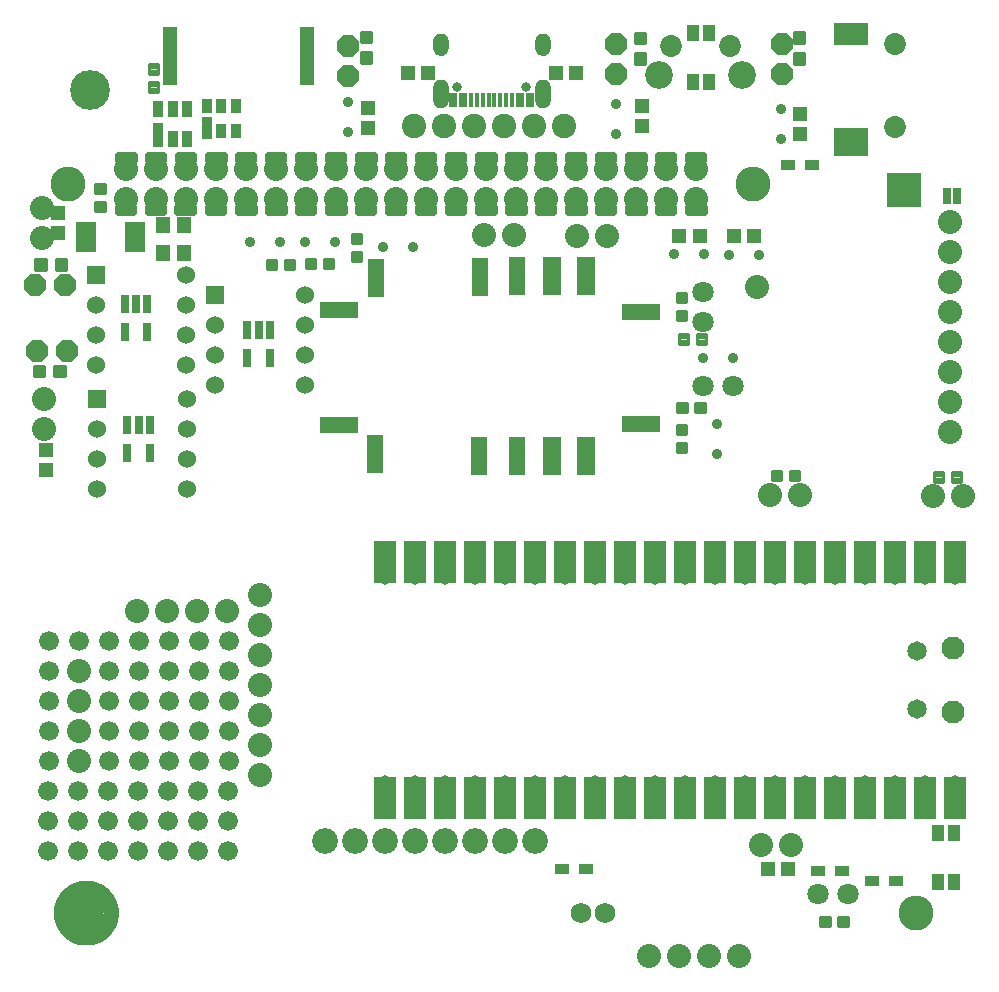
<source format=gts>
G75*
%MOIN*%
%OFA0B0*%
%FSLAX25Y25*%
%IPPOS*%
%LPD*%
%AMOC8*
5,1,8,0,0,1.08239X$1,22.5*
%
%ADD10C,0.11624*%
%ADD11C,0.05000*%
%ADD12C,0.08000*%
%ADD13C,0.02100*%
%ADD14C,0.13261*%
%ADD15C,0.03600*%
%ADD16OC8,0.07200*%
%ADD17R,0.04537X0.04931*%
%ADD18C,0.06506*%
%ADD19R,0.07293X0.14380*%
%ADD20C,0.07687*%
%ADD21R,0.04143X0.05521*%
%ADD22C,0.07100*%
%ADD23R,0.05600X0.12600*%
%ADD24R,0.12600X0.05600*%
%ADD25R,0.06100X0.12600*%
%ADD26R,0.06200X0.12600*%
%ADD27R,0.06000X0.06000*%
%ADD28C,0.06000*%
%ADD29C,0.01025*%
%ADD30R,0.01781X0.04537*%
%ADD31R,0.02962X0.04537*%
%ADD32C,0.03159*%
%ADD33C,0.00039*%
%ADD34C,0.08100*%
%ADD35R,0.04537X0.03750*%
%ADD36C,0.01361*%
%ADD37C,0.08600*%
%ADD38R,0.03300X0.08300*%
%ADD39R,0.03300X0.05200*%
%ADD40R,0.04537X0.13592*%
%ADD41R,0.03789X0.07293*%
%ADD42R,0.03789X0.04734*%
%ADD43C,0.06899*%
%ADD44C,0.09261*%
%ADD45C,0.07293*%
%ADD46C,0.03500*%
%ADD47C,0.05000*%
%ADD48R,0.03100X0.05600*%
%ADD49R,0.06600X0.01900*%
%ADD50R,0.04734X0.05718*%
%ADD51R,0.11624X0.07261*%
%ADD52R,0.11624X0.09624*%
%ADD53R,0.11624X0.11624*%
%ADD54R,0.02800X0.06400*%
%ADD55C,0.06600*%
D10*
X0062220Y0049040D03*
X0056314Y0292064D03*
X0284661Y0292064D03*
X0338913Y0049040D03*
D11*
X0053981Y0049178D02*
X0053983Y0049381D01*
X0053991Y0049583D01*
X0054003Y0049785D01*
X0054021Y0049987D01*
X0054043Y0050188D01*
X0054070Y0050389D01*
X0054103Y0050589D01*
X0054140Y0050788D01*
X0054182Y0050986D01*
X0054228Y0051184D01*
X0054280Y0051379D01*
X0054336Y0051574D01*
X0054398Y0051767D01*
X0054463Y0051959D01*
X0054534Y0052149D01*
X0054609Y0052337D01*
X0054689Y0052523D01*
X0054773Y0052707D01*
X0054862Y0052889D01*
X0054956Y0053069D01*
X0055053Y0053246D01*
X0055155Y0053421D01*
X0055262Y0053594D01*
X0055372Y0053764D01*
X0055487Y0053931D01*
X0055605Y0054095D01*
X0055728Y0054256D01*
X0055855Y0054414D01*
X0055985Y0054569D01*
X0056119Y0054721D01*
X0056257Y0054869D01*
X0056399Y0055014D01*
X0056544Y0055156D01*
X0056692Y0055294D01*
X0056844Y0055428D01*
X0056999Y0055558D01*
X0057157Y0055685D01*
X0057318Y0055808D01*
X0057482Y0055926D01*
X0057649Y0056041D01*
X0057819Y0056151D01*
X0057992Y0056258D01*
X0058167Y0056360D01*
X0058344Y0056457D01*
X0058524Y0056551D01*
X0058706Y0056640D01*
X0058890Y0056724D01*
X0059076Y0056804D01*
X0059264Y0056879D01*
X0059454Y0056950D01*
X0059646Y0057015D01*
X0059839Y0057077D01*
X0060034Y0057133D01*
X0060229Y0057185D01*
X0060427Y0057231D01*
X0060625Y0057273D01*
X0060824Y0057310D01*
X0061024Y0057343D01*
X0061225Y0057370D01*
X0061426Y0057392D01*
X0061628Y0057410D01*
X0061830Y0057422D01*
X0062032Y0057430D01*
X0062235Y0057432D01*
X0062438Y0057430D01*
X0062640Y0057422D01*
X0062842Y0057410D01*
X0063044Y0057392D01*
X0063245Y0057370D01*
X0063446Y0057343D01*
X0063646Y0057310D01*
X0063845Y0057273D01*
X0064043Y0057231D01*
X0064241Y0057185D01*
X0064436Y0057133D01*
X0064631Y0057077D01*
X0064824Y0057015D01*
X0065016Y0056950D01*
X0065206Y0056879D01*
X0065394Y0056804D01*
X0065580Y0056724D01*
X0065764Y0056640D01*
X0065946Y0056551D01*
X0066126Y0056457D01*
X0066303Y0056360D01*
X0066478Y0056258D01*
X0066651Y0056151D01*
X0066821Y0056041D01*
X0066988Y0055926D01*
X0067152Y0055808D01*
X0067313Y0055685D01*
X0067471Y0055558D01*
X0067626Y0055428D01*
X0067778Y0055294D01*
X0067926Y0055156D01*
X0068071Y0055014D01*
X0068213Y0054869D01*
X0068351Y0054721D01*
X0068485Y0054569D01*
X0068615Y0054414D01*
X0068742Y0054256D01*
X0068865Y0054095D01*
X0068983Y0053931D01*
X0069098Y0053764D01*
X0069208Y0053594D01*
X0069315Y0053421D01*
X0069417Y0053246D01*
X0069514Y0053069D01*
X0069608Y0052889D01*
X0069697Y0052707D01*
X0069781Y0052523D01*
X0069861Y0052337D01*
X0069936Y0052149D01*
X0070007Y0051959D01*
X0070072Y0051767D01*
X0070134Y0051574D01*
X0070190Y0051379D01*
X0070242Y0051184D01*
X0070288Y0050986D01*
X0070330Y0050788D01*
X0070367Y0050589D01*
X0070400Y0050389D01*
X0070427Y0050188D01*
X0070449Y0049987D01*
X0070467Y0049785D01*
X0070479Y0049583D01*
X0070487Y0049381D01*
X0070489Y0049178D01*
X0070487Y0048975D01*
X0070479Y0048773D01*
X0070467Y0048571D01*
X0070449Y0048369D01*
X0070427Y0048168D01*
X0070400Y0047967D01*
X0070367Y0047767D01*
X0070330Y0047568D01*
X0070288Y0047370D01*
X0070242Y0047172D01*
X0070190Y0046977D01*
X0070134Y0046782D01*
X0070072Y0046589D01*
X0070007Y0046397D01*
X0069936Y0046207D01*
X0069861Y0046019D01*
X0069781Y0045833D01*
X0069697Y0045649D01*
X0069608Y0045467D01*
X0069514Y0045287D01*
X0069417Y0045110D01*
X0069315Y0044935D01*
X0069208Y0044762D01*
X0069098Y0044592D01*
X0068983Y0044425D01*
X0068865Y0044261D01*
X0068742Y0044100D01*
X0068615Y0043942D01*
X0068485Y0043787D01*
X0068351Y0043635D01*
X0068213Y0043487D01*
X0068071Y0043342D01*
X0067926Y0043200D01*
X0067778Y0043062D01*
X0067626Y0042928D01*
X0067471Y0042798D01*
X0067313Y0042671D01*
X0067152Y0042548D01*
X0066988Y0042430D01*
X0066821Y0042315D01*
X0066651Y0042205D01*
X0066478Y0042098D01*
X0066303Y0041996D01*
X0066126Y0041899D01*
X0065946Y0041805D01*
X0065764Y0041716D01*
X0065580Y0041632D01*
X0065394Y0041552D01*
X0065206Y0041477D01*
X0065016Y0041406D01*
X0064824Y0041341D01*
X0064631Y0041279D01*
X0064436Y0041223D01*
X0064241Y0041171D01*
X0064043Y0041125D01*
X0063845Y0041083D01*
X0063646Y0041046D01*
X0063446Y0041013D01*
X0063245Y0040986D01*
X0063044Y0040964D01*
X0062842Y0040946D01*
X0062640Y0040934D01*
X0062438Y0040926D01*
X0062235Y0040924D01*
X0062032Y0040926D01*
X0061830Y0040934D01*
X0061628Y0040946D01*
X0061426Y0040964D01*
X0061225Y0040986D01*
X0061024Y0041013D01*
X0060824Y0041046D01*
X0060625Y0041083D01*
X0060427Y0041125D01*
X0060229Y0041171D01*
X0060034Y0041223D01*
X0059839Y0041279D01*
X0059646Y0041341D01*
X0059454Y0041406D01*
X0059264Y0041477D01*
X0059076Y0041552D01*
X0058890Y0041632D01*
X0058706Y0041716D01*
X0058524Y0041805D01*
X0058344Y0041899D01*
X0058167Y0041996D01*
X0057992Y0042098D01*
X0057819Y0042205D01*
X0057649Y0042315D01*
X0057482Y0042430D01*
X0057318Y0042548D01*
X0057157Y0042671D01*
X0056999Y0042798D01*
X0056844Y0042928D01*
X0056692Y0043062D01*
X0056544Y0043200D01*
X0056399Y0043342D01*
X0056257Y0043487D01*
X0056119Y0043635D01*
X0055985Y0043787D01*
X0055855Y0043942D01*
X0055728Y0044100D01*
X0055605Y0044261D01*
X0055487Y0044425D01*
X0055372Y0044592D01*
X0055262Y0044762D01*
X0055155Y0044935D01*
X0055053Y0045110D01*
X0054956Y0045287D01*
X0054862Y0045467D01*
X0054773Y0045649D01*
X0054689Y0045833D01*
X0054609Y0046019D01*
X0054534Y0046207D01*
X0054463Y0046397D01*
X0054398Y0046589D01*
X0054336Y0046782D01*
X0054280Y0046977D01*
X0054228Y0047172D01*
X0054182Y0047370D01*
X0054140Y0047568D01*
X0054103Y0047767D01*
X0054070Y0047967D01*
X0054043Y0048168D01*
X0054021Y0048369D01*
X0054003Y0048571D01*
X0053991Y0048773D01*
X0053983Y0048975D01*
X0053981Y0049178D01*
D12*
X0059835Y0099628D03*
X0059835Y0109628D03*
X0059835Y0119628D03*
X0059835Y0129628D03*
X0079135Y0149628D03*
X0089135Y0149628D03*
X0099135Y0149628D03*
X0109135Y0149628D03*
X0120235Y0145128D03*
X0120235Y0135128D03*
X0120235Y0125128D03*
X0120235Y0115128D03*
X0120235Y0105128D03*
X0120235Y0095128D03*
X0120235Y0155128D03*
X0048335Y0210528D03*
X0048335Y0220528D03*
X0047735Y0274128D03*
X0047735Y0284128D03*
X0075645Y0287064D03*
X0085645Y0287064D03*
X0085645Y0297064D03*
X0075645Y0297064D03*
X0095645Y0297064D03*
X0105645Y0297064D03*
X0115645Y0297064D03*
X0125645Y0297064D03*
X0135645Y0297064D03*
X0145645Y0297064D03*
X0155645Y0297064D03*
X0165645Y0297064D03*
X0175645Y0297064D03*
X0185645Y0297064D03*
X0195645Y0297064D03*
X0205645Y0297064D03*
X0215645Y0297064D03*
X0225645Y0297064D03*
X0235645Y0297064D03*
X0245645Y0297064D03*
X0255645Y0297064D03*
X0265645Y0297064D03*
X0265645Y0287064D03*
X0255645Y0287064D03*
X0245645Y0287064D03*
X0235645Y0287064D03*
X0225645Y0287064D03*
X0215645Y0287064D03*
X0205645Y0287064D03*
X0195645Y0287064D03*
X0185645Y0287064D03*
X0175645Y0287064D03*
X0165645Y0287064D03*
X0155645Y0287064D03*
X0145645Y0287064D03*
X0135645Y0287064D03*
X0125645Y0287064D03*
X0115645Y0287064D03*
X0105645Y0287064D03*
X0095645Y0287064D03*
X0195035Y0275028D03*
X0205035Y0275028D03*
X0226035Y0274728D03*
X0236035Y0274728D03*
X0285935Y0257828D03*
X0350135Y0259428D03*
X0350135Y0269428D03*
X0350135Y0279428D03*
X0350135Y0249428D03*
X0350135Y0239428D03*
X0350135Y0229428D03*
X0350135Y0219428D03*
X0350135Y0209428D03*
X0354635Y0188128D03*
X0344635Y0188128D03*
X0300435Y0188528D03*
X0290435Y0188528D03*
X0287335Y0071628D03*
X0297335Y0071628D03*
X0280035Y0034628D03*
X0270035Y0034628D03*
X0260035Y0034628D03*
X0250035Y0034628D03*
D13*
X0248495Y0282314D02*
X0242995Y0282314D01*
X0242995Y0284414D01*
X0248495Y0284414D01*
X0248495Y0282314D01*
X0248495Y0284413D02*
X0242995Y0284413D01*
X0238295Y0282314D02*
X0232795Y0282314D01*
X0232795Y0284414D01*
X0238295Y0284414D01*
X0238295Y0282314D01*
X0238295Y0284413D02*
X0232795Y0284413D01*
X0228495Y0282314D02*
X0222995Y0282314D01*
X0222995Y0284414D01*
X0228495Y0284414D01*
X0228495Y0282314D01*
X0228495Y0284413D02*
X0222995Y0284413D01*
X0218295Y0282314D02*
X0212795Y0282314D01*
X0212795Y0284414D01*
X0218295Y0284414D01*
X0218295Y0282314D01*
X0218295Y0284413D02*
X0212795Y0284413D01*
X0208495Y0282314D02*
X0202995Y0282314D01*
X0202995Y0284414D01*
X0208495Y0284414D01*
X0208495Y0282314D01*
X0208495Y0284413D02*
X0202995Y0284413D01*
X0198495Y0282314D02*
X0192995Y0282314D01*
X0192995Y0284414D01*
X0198495Y0284414D01*
X0198495Y0282314D01*
X0198495Y0284413D02*
X0192995Y0284413D01*
X0188295Y0282314D02*
X0182795Y0282314D01*
X0182795Y0284414D01*
X0188295Y0284414D01*
X0188295Y0282314D01*
X0188295Y0284413D02*
X0182795Y0284413D01*
X0178295Y0282314D02*
X0172795Y0282314D01*
X0172795Y0284414D01*
X0178295Y0284414D01*
X0178295Y0282314D01*
X0178295Y0284413D02*
X0172795Y0284413D01*
X0168395Y0282314D02*
X0162895Y0282314D01*
X0162895Y0284414D01*
X0168395Y0284414D01*
X0168395Y0282314D01*
X0168395Y0284413D02*
X0162895Y0284413D01*
X0158395Y0282314D02*
X0152895Y0282314D01*
X0152895Y0284414D01*
X0158395Y0284414D01*
X0158395Y0282314D01*
X0158395Y0284413D02*
X0152895Y0284413D01*
X0148495Y0282314D02*
X0142995Y0282314D01*
X0142995Y0284414D01*
X0148495Y0284414D01*
X0148495Y0282314D01*
X0148495Y0284413D02*
X0142995Y0284413D01*
X0138395Y0282314D02*
X0132895Y0282314D01*
X0132895Y0284414D01*
X0138395Y0284414D01*
X0138395Y0282314D01*
X0138395Y0284413D02*
X0132895Y0284413D01*
X0128495Y0282314D02*
X0122995Y0282314D01*
X0122995Y0284414D01*
X0128495Y0284414D01*
X0128495Y0282314D01*
X0128495Y0284413D02*
X0122995Y0284413D01*
X0118495Y0282314D02*
X0112995Y0282314D01*
X0112995Y0284414D01*
X0118495Y0284414D01*
X0118495Y0282314D01*
X0118495Y0284413D02*
X0112995Y0284413D01*
X0108295Y0282314D02*
X0102795Y0282314D01*
X0102795Y0284414D01*
X0108295Y0284414D01*
X0108295Y0282314D01*
X0108295Y0284413D02*
X0102795Y0284413D01*
X0098195Y0282314D02*
X0092695Y0282314D01*
X0092695Y0284414D01*
X0098195Y0284414D01*
X0098195Y0282314D01*
X0098195Y0284413D02*
X0092695Y0284413D01*
X0088395Y0282314D02*
X0082895Y0282314D01*
X0082895Y0284414D01*
X0088395Y0284414D01*
X0088395Y0282314D01*
X0088395Y0284413D02*
X0082895Y0284413D01*
X0078395Y0282314D02*
X0072895Y0282314D01*
X0072895Y0284414D01*
X0078395Y0284414D01*
X0078395Y0282314D01*
X0078395Y0284413D02*
X0072895Y0284413D01*
X0072945Y0299764D02*
X0078445Y0299764D01*
X0072945Y0299764D02*
X0072945Y0301864D01*
X0078445Y0301864D01*
X0078445Y0299764D01*
X0078445Y0301863D02*
X0072945Y0301863D01*
X0082895Y0299714D02*
X0088395Y0299714D01*
X0082895Y0299714D02*
X0082895Y0301814D01*
X0088395Y0301814D01*
X0088395Y0299714D01*
X0088395Y0301813D02*
X0082895Y0301813D01*
X0092895Y0299714D02*
X0098395Y0299714D01*
X0092895Y0299714D02*
X0092895Y0301814D01*
X0098395Y0301814D01*
X0098395Y0299714D01*
X0098395Y0301813D02*
X0092895Y0301813D01*
X0102995Y0299714D02*
X0108495Y0299714D01*
X0102995Y0299714D02*
X0102995Y0301814D01*
X0108495Y0301814D01*
X0108495Y0299714D01*
X0108495Y0301813D02*
X0102995Y0301813D01*
X0112895Y0299714D02*
X0118395Y0299714D01*
X0112895Y0299714D02*
X0112895Y0301814D01*
X0118395Y0301814D01*
X0118395Y0299714D01*
X0118395Y0301813D02*
X0112895Y0301813D01*
X0122895Y0299714D02*
X0128395Y0299714D01*
X0122895Y0299714D02*
X0122895Y0301814D01*
X0128395Y0301814D01*
X0128395Y0299714D01*
X0128395Y0301813D02*
X0122895Y0301813D01*
X0132895Y0299714D02*
X0138395Y0299714D01*
X0132895Y0299714D02*
X0132895Y0301814D01*
X0138395Y0301814D01*
X0138395Y0299714D01*
X0138395Y0301813D02*
X0132895Y0301813D01*
X0142795Y0299714D02*
X0148295Y0299714D01*
X0142795Y0299714D02*
X0142795Y0301814D01*
X0148295Y0301814D01*
X0148295Y0299714D01*
X0148295Y0301813D02*
X0142795Y0301813D01*
X0152995Y0299714D02*
X0158495Y0299714D01*
X0152995Y0299714D02*
X0152995Y0301814D01*
X0158495Y0301814D01*
X0158495Y0299714D01*
X0158495Y0301813D02*
X0152995Y0301813D01*
X0162795Y0299714D02*
X0168295Y0299714D01*
X0162795Y0299714D02*
X0162795Y0301814D01*
X0168295Y0301814D01*
X0168295Y0299714D01*
X0168295Y0301813D02*
X0162795Y0301813D01*
X0172795Y0299714D02*
X0178295Y0299714D01*
X0172795Y0299714D02*
X0172795Y0301814D01*
X0178295Y0301814D01*
X0178295Y0299714D01*
X0178295Y0301813D02*
X0172795Y0301813D01*
X0182795Y0299714D02*
X0188295Y0299714D01*
X0182795Y0299714D02*
X0182795Y0301814D01*
X0188295Y0301814D01*
X0188295Y0299714D01*
X0188295Y0301813D02*
X0182795Y0301813D01*
X0192995Y0299714D02*
X0198495Y0299714D01*
X0192995Y0299714D02*
X0192995Y0301814D01*
X0198495Y0301814D01*
X0198495Y0299714D01*
X0198495Y0301813D02*
X0192995Y0301813D01*
X0202995Y0299714D02*
X0208495Y0299714D01*
X0202995Y0299714D02*
X0202995Y0301814D01*
X0208495Y0301814D01*
X0208495Y0299714D01*
X0208495Y0301813D02*
X0202995Y0301813D01*
X0212895Y0299714D02*
X0218395Y0299714D01*
X0212895Y0299714D02*
X0212895Y0301814D01*
X0218395Y0301814D01*
X0218395Y0299714D01*
X0218395Y0301813D02*
X0212895Y0301813D01*
X0222895Y0299714D02*
X0228395Y0299714D01*
X0222895Y0299714D02*
X0222895Y0301814D01*
X0228395Y0301814D01*
X0228395Y0299714D01*
X0228395Y0301813D02*
X0222895Y0301813D01*
X0232895Y0299714D02*
X0238395Y0299714D01*
X0232895Y0299714D02*
X0232895Y0301814D01*
X0238395Y0301814D01*
X0238395Y0299714D01*
X0238395Y0301813D02*
X0232895Y0301813D01*
X0242995Y0299714D02*
X0248495Y0299714D01*
X0242995Y0299714D02*
X0242995Y0301814D01*
X0248495Y0301814D01*
X0248495Y0299714D01*
X0248495Y0301813D02*
X0242995Y0301813D01*
X0252895Y0299714D02*
X0258395Y0299714D01*
X0252895Y0299714D02*
X0252895Y0301814D01*
X0258395Y0301814D01*
X0258395Y0299714D01*
X0258395Y0301813D02*
X0252895Y0301813D01*
X0262895Y0299714D02*
X0268395Y0299714D01*
X0262895Y0299714D02*
X0262895Y0301814D01*
X0268395Y0301814D01*
X0268395Y0299714D01*
X0268395Y0301813D02*
X0262895Y0301813D01*
X0262995Y0282314D02*
X0268495Y0282314D01*
X0262995Y0282314D02*
X0262995Y0284414D01*
X0268495Y0284414D01*
X0268495Y0282314D01*
X0268495Y0284413D02*
X0262995Y0284413D01*
X0258295Y0282314D02*
X0252795Y0282314D01*
X0252795Y0284414D01*
X0258295Y0284414D01*
X0258295Y0282314D01*
X0258295Y0284413D02*
X0252795Y0284413D01*
D14*
X0063627Y0323334D03*
D15*
X0116835Y0272628D03*
X0126835Y0272628D03*
X0126835Y0272628D03*
X0135135Y0272728D03*
X0145135Y0272728D03*
X0145135Y0272728D03*
X0161135Y0271228D03*
X0161135Y0271228D03*
X0171135Y0271228D03*
X0149535Y0309278D03*
X0149535Y0309278D03*
X0149535Y0319278D03*
X0238935Y0318828D03*
X0238935Y0308828D03*
X0238935Y0308828D03*
X0258335Y0268628D03*
X0258335Y0268628D03*
X0268335Y0268628D03*
X0276635Y0268528D03*
X0286635Y0268528D03*
X0286635Y0268528D03*
X0277835Y0234228D03*
X0267835Y0234228D03*
X0267835Y0234228D03*
X0272735Y0212028D03*
X0272735Y0202028D03*
X0272735Y0202028D03*
X0293785Y0307028D03*
X0293785Y0307028D03*
X0293785Y0317028D03*
D16*
X0294235Y0328828D03*
X0294235Y0338828D03*
X0238885Y0338728D03*
X0238885Y0328728D03*
X0149635Y0328178D03*
X0149635Y0338178D03*
X0055435Y0258528D03*
X0045435Y0258528D03*
X0045835Y0236428D03*
X0055835Y0236428D03*
D17*
X0049035Y0203574D03*
X0049035Y0196881D03*
X0052835Y0275581D03*
X0052835Y0282274D03*
X0156135Y0310881D03*
X0156135Y0317574D03*
X0169488Y0328928D03*
X0176181Y0328928D03*
X0218788Y0329128D03*
X0225481Y0329128D03*
X0247635Y0318174D03*
X0247635Y0311481D03*
X0260088Y0274828D03*
X0266781Y0274828D03*
X0278288Y0274828D03*
X0284981Y0274828D03*
X0300135Y0308781D03*
X0300135Y0315474D03*
X0296181Y0063628D03*
X0289488Y0063628D03*
D18*
X0291835Y0091728D03*
X0281835Y0091728D03*
X0271835Y0091728D03*
X0261835Y0091728D03*
X0251835Y0091728D03*
X0241835Y0091728D03*
X0231835Y0091728D03*
X0221835Y0091728D03*
X0211835Y0091728D03*
X0201835Y0091728D03*
X0191835Y0091728D03*
X0181835Y0091728D03*
X0171835Y0091728D03*
X0161835Y0091728D03*
X0161835Y0161728D03*
X0171835Y0161728D03*
X0181835Y0161728D03*
X0191835Y0161728D03*
X0201835Y0161728D03*
X0211835Y0161728D03*
X0221835Y0161728D03*
X0231835Y0161728D03*
X0241835Y0161728D03*
X0251835Y0161728D03*
X0261835Y0161728D03*
X0271835Y0161728D03*
X0281835Y0161728D03*
X0291835Y0161728D03*
X0301835Y0161728D03*
X0311835Y0161728D03*
X0321835Y0161728D03*
X0331835Y0161728D03*
X0341835Y0161728D03*
X0351835Y0161728D03*
X0339394Y0136275D03*
X0339394Y0117180D03*
X0341835Y0091728D03*
X0351835Y0091728D03*
X0331835Y0091728D03*
X0321835Y0091728D03*
X0311835Y0091728D03*
X0301835Y0091728D03*
D19*
X0301835Y0087358D03*
X0311835Y0087358D03*
X0321835Y0087358D03*
X0331835Y0087358D03*
X0341835Y0087358D03*
X0351835Y0087358D03*
X0291835Y0087358D03*
X0281835Y0087358D03*
X0271835Y0087358D03*
X0261835Y0087358D03*
X0251835Y0087358D03*
X0241835Y0087358D03*
X0231835Y0087358D03*
X0221835Y0087358D03*
X0211835Y0087358D03*
X0201835Y0087358D03*
X0191835Y0087358D03*
X0181835Y0087358D03*
X0171835Y0087358D03*
X0161835Y0087358D03*
X0161835Y0166098D03*
X0171835Y0166098D03*
X0181835Y0166098D03*
X0191835Y0166098D03*
X0201835Y0166098D03*
X0211835Y0166098D03*
X0221835Y0166098D03*
X0231835Y0166098D03*
X0241835Y0166098D03*
X0251835Y0166098D03*
X0261835Y0166098D03*
X0271835Y0166098D03*
X0281835Y0166098D03*
X0291835Y0166098D03*
X0301835Y0166098D03*
X0311835Y0166098D03*
X0321835Y0166098D03*
X0331835Y0166098D03*
X0341835Y0166098D03*
X0351835Y0166098D03*
D20*
X0351323Y0137456D03*
X0351323Y0115999D03*
D21*
X0351597Y0075594D03*
X0346243Y0075594D03*
X0346282Y0059255D03*
X0351597Y0059255D03*
X0269797Y0326155D03*
X0264482Y0326155D03*
X0264443Y0342494D03*
X0269797Y0342494D03*
D22*
X0267835Y0256228D03*
X0267835Y0246228D03*
X0267835Y0224728D03*
X0277835Y0224728D03*
X0306135Y0055328D03*
X0316135Y0055328D03*
D23*
X0206009Y0201432D03*
X0193189Y0201432D03*
X0158669Y0201932D03*
X0158788Y0260736D03*
X0193504Y0261169D03*
X0206004Y0261279D03*
D24*
X0247287Y0249432D03*
X0247268Y0211932D03*
X0146748Y0211736D03*
X0146768Y0250236D03*
D25*
X0217504Y0261389D03*
X0217528Y0201432D03*
X0229048Y0201432D03*
D26*
X0229004Y0261499D03*
D27*
X0105435Y0254928D03*
X0065735Y0261728D03*
X0065835Y0220528D03*
D28*
X0065835Y0210528D03*
X0065835Y0200528D03*
X0065835Y0190528D03*
X0095835Y0190528D03*
X0095835Y0200528D03*
X0095835Y0210528D03*
X0095835Y0220528D03*
X0105435Y0224928D03*
X0105435Y0234928D03*
X0105435Y0244928D03*
X0095735Y0241728D03*
X0095735Y0231728D03*
X0095735Y0251728D03*
X0095735Y0261728D03*
X0065735Y0251728D03*
X0065735Y0241728D03*
X0065735Y0231728D03*
X0135435Y0234928D03*
X0135435Y0244928D03*
X0135435Y0254928D03*
X0135435Y0224928D03*
D29*
X0131573Y0263690D02*
X0128497Y0263690D01*
X0128497Y0266766D01*
X0131573Y0266766D01*
X0131573Y0263690D01*
X0131573Y0264714D02*
X0128497Y0264714D01*
X0128497Y0265738D02*
X0131573Y0265738D01*
X0131573Y0266762D02*
X0128497Y0266762D01*
X0125573Y0263690D02*
X0122497Y0263690D01*
X0122497Y0266766D01*
X0125573Y0266766D01*
X0125573Y0263690D01*
X0125573Y0264714D02*
X0122497Y0264714D01*
X0122497Y0265738D02*
X0125573Y0265738D01*
X0125573Y0266762D02*
X0122497Y0266762D01*
X0135597Y0267066D02*
X0138673Y0267066D01*
X0138673Y0263990D01*
X0135597Y0263990D01*
X0135597Y0267066D01*
X0135597Y0265014D02*
X0138673Y0265014D01*
X0138673Y0266038D02*
X0135597Y0266038D01*
X0135597Y0267062D02*
X0138673Y0267062D01*
X0141597Y0267066D02*
X0144673Y0267066D01*
X0144673Y0263990D01*
X0141597Y0263990D01*
X0141597Y0267066D01*
X0141597Y0265014D02*
X0144673Y0265014D01*
X0144673Y0266038D02*
X0141597Y0266038D01*
X0141597Y0267062D02*
X0144673Y0267062D01*
X0150797Y0266490D02*
X0150797Y0269566D01*
X0153873Y0269566D01*
X0153873Y0266490D01*
X0150797Y0266490D01*
X0150797Y0267514D02*
X0153873Y0267514D01*
X0153873Y0268538D02*
X0150797Y0268538D01*
X0150797Y0269562D02*
X0153873Y0269562D01*
X0150797Y0272490D02*
X0150797Y0275566D01*
X0153873Y0275566D01*
X0153873Y0272490D01*
X0150797Y0272490D01*
X0150797Y0273514D02*
X0153873Y0273514D01*
X0153873Y0274538D02*
X0150797Y0274538D01*
X0150797Y0275562D02*
X0153873Y0275562D01*
X0083297Y0322890D02*
X0083297Y0325966D01*
X0086373Y0325966D01*
X0086373Y0322890D01*
X0083297Y0322890D01*
X0083297Y0323914D02*
X0086373Y0323914D01*
X0086373Y0324938D02*
X0083297Y0324938D01*
X0083297Y0325962D02*
X0086373Y0325962D01*
X0083297Y0328890D02*
X0083297Y0331966D01*
X0086373Y0331966D01*
X0086373Y0328890D01*
X0083297Y0328890D01*
X0083297Y0329914D02*
X0086373Y0329914D01*
X0086373Y0330938D02*
X0083297Y0330938D01*
X0083297Y0331962D02*
X0086373Y0331962D01*
X0065397Y0292166D02*
X0065397Y0289090D01*
X0065397Y0292166D02*
X0068473Y0292166D01*
X0068473Y0289090D01*
X0065397Y0289090D01*
X0065397Y0290114D02*
X0068473Y0290114D01*
X0068473Y0291138D02*
X0065397Y0291138D01*
X0065397Y0292162D02*
X0068473Y0292162D01*
X0065397Y0286166D02*
X0065397Y0283090D01*
X0065397Y0286166D02*
X0068473Y0286166D01*
X0068473Y0283090D01*
X0065397Y0283090D01*
X0065397Y0284114D02*
X0068473Y0284114D01*
X0068473Y0285138D02*
X0065397Y0285138D01*
X0065397Y0286162D02*
X0068473Y0286162D01*
X0259197Y0255666D02*
X0259197Y0252590D01*
X0259197Y0255666D02*
X0262273Y0255666D01*
X0262273Y0252590D01*
X0259197Y0252590D01*
X0259197Y0253614D02*
X0262273Y0253614D01*
X0262273Y0254638D02*
X0259197Y0254638D01*
X0259197Y0255662D02*
X0262273Y0255662D01*
X0259197Y0249666D02*
X0259197Y0246590D01*
X0259197Y0249666D02*
X0262273Y0249666D01*
X0262273Y0246590D01*
X0259197Y0246590D01*
X0259197Y0247614D02*
X0262273Y0247614D01*
X0262273Y0248638D02*
X0259197Y0248638D01*
X0259197Y0249662D02*
X0262273Y0249662D01*
X0262973Y0238890D02*
X0259897Y0238890D01*
X0259897Y0241966D01*
X0262973Y0241966D01*
X0262973Y0238890D01*
X0262973Y0239914D02*
X0259897Y0239914D01*
X0259897Y0240938D02*
X0262973Y0240938D01*
X0262973Y0241962D02*
X0259897Y0241962D01*
X0265897Y0238890D02*
X0268973Y0238890D01*
X0265897Y0238890D02*
X0265897Y0241966D01*
X0268973Y0241966D01*
X0268973Y0238890D01*
X0268973Y0239914D02*
X0265897Y0239914D01*
X0265897Y0240938D02*
X0268973Y0240938D01*
X0268973Y0241962D02*
X0265897Y0241962D01*
X0265397Y0219166D02*
X0268473Y0219166D01*
X0268473Y0216090D01*
X0265397Y0216090D01*
X0265397Y0219166D01*
X0265397Y0217114D02*
X0268473Y0217114D01*
X0268473Y0218138D02*
X0265397Y0218138D01*
X0265397Y0219162D02*
X0268473Y0219162D01*
X0262473Y0219166D02*
X0259397Y0219166D01*
X0262473Y0219166D02*
X0262473Y0216090D01*
X0259397Y0216090D01*
X0259397Y0219166D01*
X0259397Y0217114D02*
X0262473Y0217114D01*
X0262473Y0218138D02*
X0259397Y0218138D01*
X0259397Y0219162D02*
X0262473Y0219162D01*
X0259197Y0211766D02*
X0259197Y0208690D01*
X0259197Y0211766D02*
X0262273Y0211766D01*
X0262273Y0208690D01*
X0259197Y0208690D01*
X0259197Y0209714D02*
X0262273Y0209714D01*
X0262273Y0210738D02*
X0259197Y0210738D01*
X0259197Y0211762D02*
X0262273Y0211762D01*
X0259197Y0205766D02*
X0259197Y0202690D01*
X0259197Y0205766D02*
X0262273Y0205766D01*
X0262273Y0202690D01*
X0259197Y0202690D01*
X0259197Y0203714D02*
X0262273Y0203714D01*
X0262273Y0204738D02*
X0259197Y0204738D01*
X0259197Y0205762D02*
X0262273Y0205762D01*
X0290897Y0193290D02*
X0293973Y0193290D01*
X0290897Y0193290D02*
X0290897Y0196366D01*
X0293973Y0196366D01*
X0293973Y0193290D01*
X0293973Y0194314D02*
X0290897Y0194314D01*
X0290897Y0195338D02*
X0293973Y0195338D01*
X0293973Y0196362D02*
X0290897Y0196362D01*
X0296897Y0193290D02*
X0299973Y0193290D01*
X0296897Y0193290D02*
X0296897Y0196366D01*
X0299973Y0196366D01*
X0299973Y0193290D01*
X0299973Y0194314D02*
X0296897Y0194314D01*
X0296897Y0195338D02*
X0299973Y0195338D01*
X0299973Y0196362D02*
X0296897Y0196362D01*
X0344897Y0192890D02*
X0347973Y0192890D01*
X0344897Y0192890D02*
X0344897Y0195966D01*
X0347973Y0195966D01*
X0347973Y0192890D01*
X0347973Y0193914D02*
X0344897Y0193914D01*
X0344897Y0194938D02*
X0347973Y0194938D01*
X0347973Y0195962D02*
X0344897Y0195962D01*
X0350897Y0192890D02*
X0353973Y0192890D01*
X0350897Y0192890D02*
X0350897Y0195966D01*
X0353973Y0195966D01*
X0353973Y0192890D01*
X0353973Y0193914D02*
X0350897Y0193914D01*
X0350897Y0194938D02*
X0353973Y0194938D01*
X0353973Y0195962D02*
X0350897Y0195962D01*
X0316173Y0047666D02*
X0313097Y0047666D01*
X0316173Y0047666D02*
X0316173Y0044590D01*
X0313097Y0044590D01*
X0313097Y0047666D01*
X0313097Y0045614D02*
X0316173Y0045614D01*
X0316173Y0046638D02*
X0313097Y0046638D01*
X0313097Y0047662D02*
X0316173Y0047662D01*
X0310173Y0047666D02*
X0307097Y0047666D01*
X0310173Y0047666D02*
X0310173Y0044590D01*
X0307097Y0044590D01*
X0307097Y0047666D01*
X0307097Y0045614D02*
X0310173Y0045614D01*
X0310173Y0046638D02*
X0307097Y0046638D01*
X0307097Y0047662D02*
X0310173Y0047662D01*
D30*
X0204325Y0319966D03*
X0202356Y0319966D03*
X0200387Y0319966D03*
X0198419Y0319966D03*
X0196450Y0319966D03*
X0194482Y0319966D03*
X0192513Y0319966D03*
X0190545Y0319966D03*
D31*
X0187789Y0319966D03*
X0184738Y0319966D03*
X0207080Y0319966D03*
X0210132Y0319966D03*
D32*
X0208813Y0324317D03*
X0186057Y0324317D03*
D33*
X0182789Y0324318D02*
X0178065Y0324318D01*
X0178065Y0324356D02*
X0182789Y0324356D01*
X0182789Y0324393D02*
X0178065Y0324393D01*
X0178065Y0324431D02*
X0182789Y0324431D01*
X0182789Y0324469D02*
X0178065Y0324469D01*
X0178065Y0324507D02*
X0182789Y0324507D01*
X0182789Y0324545D02*
X0178065Y0324545D01*
X0178065Y0324583D02*
X0182789Y0324583D01*
X0182789Y0324612D02*
X0182708Y0325111D01*
X0182519Y0325579D01*
X0182230Y0325994D01*
X0181856Y0326333D01*
X0181416Y0326581D01*
X0180931Y0326725D01*
X0180427Y0326758D01*
X0179923Y0326725D01*
X0179438Y0326581D01*
X0178998Y0326333D01*
X0178624Y0325994D01*
X0178335Y0325579D01*
X0178145Y0325111D01*
X0178065Y0324612D01*
X0178065Y0319887D01*
X0178141Y0319384D01*
X0178328Y0318910D01*
X0178616Y0318489D01*
X0178990Y0318143D01*
X0179432Y0317889D01*
X0179919Y0317740D01*
X0180427Y0317702D01*
X0180872Y0317729D01*
X0181304Y0317842D01*
X0181705Y0318036D01*
X0182061Y0318306D01*
X0182357Y0318639D01*
X0182582Y0319024D01*
X0182728Y0319446D01*
X0182789Y0319887D01*
X0182789Y0324612D01*
X0182788Y0324621D02*
X0178066Y0324621D01*
X0178072Y0324659D02*
X0182782Y0324659D01*
X0182775Y0324696D02*
X0178078Y0324696D01*
X0178084Y0324734D02*
X0182769Y0324734D01*
X0182763Y0324772D02*
X0178091Y0324772D01*
X0178097Y0324810D02*
X0182757Y0324810D01*
X0182751Y0324848D02*
X0178103Y0324848D01*
X0178109Y0324886D02*
X0182745Y0324886D01*
X0182739Y0324924D02*
X0178115Y0324924D01*
X0178121Y0324962D02*
X0182733Y0324962D01*
X0182726Y0324999D02*
X0178127Y0324999D01*
X0178133Y0325037D02*
X0182720Y0325037D01*
X0182714Y0325075D02*
X0178140Y0325075D01*
X0178146Y0325113D02*
X0182707Y0325113D01*
X0182692Y0325151D02*
X0178162Y0325151D01*
X0178177Y0325189D02*
X0182677Y0325189D01*
X0182661Y0325227D02*
X0178192Y0325227D01*
X0178208Y0325265D02*
X0182646Y0325265D01*
X0182631Y0325303D02*
X0178223Y0325303D01*
X0178238Y0325340D02*
X0182615Y0325340D01*
X0182600Y0325378D02*
X0178254Y0325378D01*
X0178269Y0325416D02*
X0182585Y0325416D01*
X0182570Y0325454D02*
X0178284Y0325454D01*
X0178300Y0325492D02*
X0182554Y0325492D01*
X0182539Y0325530D02*
X0178315Y0325530D01*
X0178330Y0325568D02*
X0182523Y0325568D01*
X0182500Y0325606D02*
X0178353Y0325606D01*
X0178380Y0325643D02*
X0182474Y0325643D01*
X0182448Y0325681D02*
X0178406Y0325681D01*
X0178433Y0325719D02*
X0182421Y0325719D01*
X0182395Y0325757D02*
X0178459Y0325757D01*
X0178485Y0325795D02*
X0182368Y0325795D01*
X0182342Y0325833D02*
X0178512Y0325833D01*
X0178538Y0325871D02*
X0182315Y0325871D01*
X0182289Y0325909D02*
X0178565Y0325909D01*
X0178591Y0325947D02*
X0182263Y0325947D01*
X0182236Y0325984D02*
X0178618Y0325984D01*
X0178656Y0326022D02*
X0182198Y0326022D01*
X0182157Y0326060D02*
X0178697Y0326060D01*
X0178739Y0326098D02*
X0182115Y0326098D01*
X0182073Y0326136D02*
X0178781Y0326136D01*
X0178822Y0326174D02*
X0182031Y0326174D01*
X0181990Y0326212D02*
X0178864Y0326212D01*
X0178906Y0326250D02*
X0181948Y0326250D01*
X0181906Y0326287D02*
X0178947Y0326287D01*
X0178989Y0326325D02*
X0181865Y0326325D01*
X0181803Y0326363D02*
X0179051Y0326363D01*
X0179118Y0326401D02*
X0181735Y0326401D01*
X0181668Y0326439D02*
X0179186Y0326439D01*
X0179253Y0326477D02*
X0181601Y0326477D01*
X0181534Y0326515D02*
X0179320Y0326515D01*
X0179387Y0326553D02*
X0181466Y0326553D01*
X0181385Y0326591D02*
X0179469Y0326591D01*
X0179597Y0326628D02*
X0181257Y0326628D01*
X0181129Y0326666D02*
X0179724Y0326666D01*
X0179852Y0326704D02*
X0181002Y0326704D01*
X0180668Y0326742D02*
X0180185Y0326742D01*
X0178065Y0324280D02*
X0182789Y0324280D01*
X0182789Y0324242D02*
X0178065Y0324242D01*
X0178065Y0324204D02*
X0182789Y0324204D01*
X0182789Y0324166D02*
X0178065Y0324166D01*
X0178065Y0324128D02*
X0182789Y0324128D01*
X0182789Y0324090D02*
X0178065Y0324090D01*
X0178065Y0324052D02*
X0182789Y0324052D01*
X0182789Y0324015D02*
X0178065Y0324015D01*
X0178065Y0323977D02*
X0182789Y0323977D01*
X0182789Y0323939D02*
X0178065Y0323939D01*
X0178065Y0323901D02*
X0182789Y0323901D01*
X0182789Y0323863D02*
X0178065Y0323863D01*
X0178065Y0323825D02*
X0182789Y0323825D01*
X0182789Y0323787D02*
X0178065Y0323787D01*
X0178065Y0323749D02*
X0182789Y0323749D01*
X0182789Y0323712D02*
X0178065Y0323712D01*
X0178065Y0323674D02*
X0182789Y0323674D01*
X0182789Y0323636D02*
X0178065Y0323636D01*
X0178065Y0323598D02*
X0182789Y0323598D01*
X0182789Y0323560D02*
X0178065Y0323560D01*
X0178065Y0323522D02*
X0182789Y0323522D01*
X0182789Y0323484D02*
X0178065Y0323484D01*
X0178065Y0323446D02*
X0182789Y0323446D01*
X0182789Y0323408D02*
X0178065Y0323408D01*
X0178065Y0323371D02*
X0182789Y0323371D01*
X0182789Y0323333D02*
X0178065Y0323333D01*
X0178065Y0323295D02*
X0182789Y0323295D01*
X0182789Y0323257D02*
X0178065Y0323257D01*
X0178065Y0323219D02*
X0182789Y0323219D01*
X0182789Y0323181D02*
X0178065Y0323181D01*
X0178065Y0323143D02*
X0182789Y0323143D01*
X0182789Y0323105D02*
X0178065Y0323105D01*
X0178065Y0323068D02*
X0182789Y0323068D01*
X0182789Y0323030D02*
X0178065Y0323030D01*
X0178065Y0322992D02*
X0182789Y0322992D01*
X0182789Y0322954D02*
X0178065Y0322954D01*
X0178065Y0322916D02*
X0182789Y0322916D01*
X0182789Y0322878D02*
X0178065Y0322878D01*
X0178065Y0322840D02*
X0182789Y0322840D01*
X0182789Y0322802D02*
X0178065Y0322802D01*
X0178065Y0322764D02*
X0182789Y0322764D01*
X0182789Y0322727D02*
X0178065Y0322727D01*
X0178065Y0322689D02*
X0182789Y0322689D01*
X0182789Y0322651D02*
X0178065Y0322651D01*
X0178065Y0322613D02*
X0182789Y0322613D01*
X0182789Y0322575D02*
X0178065Y0322575D01*
X0178065Y0322537D02*
X0182789Y0322537D01*
X0182789Y0322499D02*
X0178065Y0322499D01*
X0178065Y0322461D02*
X0182789Y0322461D01*
X0182789Y0322424D02*
X0178065Y0322424D01*
X0178065Y0322386D02*
X0182789Y0322386D01*
X0182789Y0322348D02*
X0178065Y0322348D01*
X0178065Y0322310D02*
X0182789Y0322310D01*
X0182789Y0322272D02*
X0178065Y0322272D01*
X0178065Y0322234D02*
X0182789Y0322234D01*
X0182789Y0322196D02*
X0178065Y0322196D01*
X0178065Y0322158D02*
X0182789Y0322158D01*
X0182789Y0322121D02*
X0178065Y0322121D01*
X0178065Y0322083D02*
X0182789Y0322083D01*
X0182789Y0322045D02*
X0178065Y0322045D01*
X0178065Y0322007D02*
X0182789Y0322007D01*
X0182789Y0321969D02*
X0178065Y0321969D01*
X0178065Y0321931D02*
X0182789Y0321931D01*
X0182789Y0321893D02*
X0178065Y0321893D01*
X0178065Y0321855D02*
X0182789Y0321855D01*
X0182789Y0321817D02*
X0178065Y0321817D01*
X0178065Y0321780D02*
X0182789Y0321780D01*
X0182789Y0321742D02*
X0178065Y0321742D01*
X0178065Y0321704D02*
X0182789Y0321704D01*
X0182789Y0321666D02*
X0178065Y0321666D01*
X0178065Y0321628D02*
X0182789Y0321628D01*
X0182789Y0321590D02*
X0178065Y0321590D01*
X0178065Y0321552D02*
X0182789Y0321552D01*
X0182789Y0321514D02*
X0178065Y0321514D01*
X0178065Y0321477D02*
X0182789Y0321477D01*
X0182789Y0321439D02*
X0178065Y0321439D01*
X0178065Y0321401D02*
X0182789Y0321401D01*
X0182789Y0321363D02*
X0178065Y0321363D01*
X0178065Y0321325D02*
X0182789Y0321325D01*
X0182789Y0321287D02*
X0178065Y0321287D01*
X0178065Y0321249D02*
X0182789Y0321249D01*
X0182789Y0321211D02*
X0178065Y0321211D01*
X0178065Y0321173D02*
X0182789Y0321173D01*
X0182789Y0321136D02*
X0178065Y0321136D01*
X0178065Y0321098D02*
X0182789Y0321098D01*
X0182789Y0321060D02*
X0178065Y0321060D01*
X0178065Y0321022D02*
X0182789Y0321022D01*
X0182789Y0320984D02*
X0178065Y0320984D01*
X0178065Y0320946D02*
X0182789Y0320946D01*
X0182789Y0320908D02*
X0178065Y0320908D01*
X0178065Y0320870D02*
X0182789Y0320870D01*
X0182789Y0320833D02*
X0178065Y0320833D01*
X0178065Y0320795D02*
X0182789Y0320795D01*
X0182789Y0320757D02*
X0178065Y0320757D01*
X0178065Y0320719D02*
X0182789Y0320719D01*
X0182789Y0320681D02*
X0178065Y0320681D01*
X0178065Y0320643D02*
X0182789Y0320643D01*
X0182789Y0320605D02*
X0178065Y0320605D01*
X0178065Y0320567D02*
X0182789Y0320567D01*
X0182789Y0320529D02*
X0178065Y0320529D01*
X0178065Y0320492D02*
X0182789Y0320492D01*
X0182789Y0320454D02*
X0178065Y0320454D01*
X0178065Y0320416D02*
X0182789Y0320416D01*
X0182789Y0320378D02*
X0178065Y0320378D01*
X0178065Y0320340D02*
X0182789Y0320340D01*
X0182789Y0320302D02*
X0178065Y0320302D01*
X0178065Y0320264D02*
X0182789Y0320264D01*
X0182789Y0320226D02*
X0178065Y0320226D01*
X0178065Y0320189D02*
X0182789Y0320189D01*
X0182789Y0320151D02*
X0178065Y0320151D01*
X0178065Y0320113D02*
X0182789Y0320113D01*
X0182789Y0320075D02*
X0178065Y0320075D01*
X0178065Y0320037D02*
X0182789Y0320037D01*
X0182789Y0319999D02*
X0178065Y0319999D01*
X0178065Y0319961D02*
X0182789Y0319961D01*
X0182789Y0319923D02*
X0178065Y0319923D01*
X0178065Y0319886D02*
X0182789Y0319886D01*
X0182784Y0319848D02*
X0178071Y0319848D01*
X0178077Y0319810D02*
X0182778Y0319810D01*
X0182773Y0319772D02*
X0178082Y0319772D01*
X0178088Y0319734D02*
X0182768Y0319734D01*
X0182763Y0319696D02*
X0178094Y0319696D01*
X0178100Y0319658D02*
X0182757Y0319658D01*
X0182752Y0319620D02*
X0178105Y0319620D01*
X0178111Y0319582D02*
X0182747Y0319582D01*
X0182742Y0319545D02*
X0178117Y0319545D01*
X0178123Y0319507D02*
X0182737Y0319507D01*
X0182731Y0319469D02*
X0178128Y0319469D01*
X0178134Y0319431D02*
X0182723Y0319431D01*
X0182710Y0319393D02*
X0178140Y0319393D01*
X0178153Y0319355D02*
X0182697Y0319355D01*
X0182684Y0319317D02*
X0178168Y0319317D01*
X0178183Y0319279D02*
X0182671Y0319279D01*
X0182657Y0319242D02*
X0178197Y0319242D01*
X0178212Y0319204D02*
X0182644Y0319204D01*
X0182631Y0319166D02*
X0178227Y0319166D01*
X0178242Y0319128D02*
X0182618Y0319128D01*
X0182605Y0319090D02*
X0178257Y0319090D01*
X0178272Y0319052D02*
X0182592Y0319052D01*
X0182576Y0319014D02*
X0178287Y0319014D01*
X0178302Y0318976D02*
X0182554Y0318976D01*
X0182532Y0318938D02*
X0178317Y0318938D01*
X0178335Y0318901D02*
X0182510Y0318901D01*
X0182488Y0318863D02*
X0178360Y0318863D01*
X0178386Y0318825D02*
X0182465Y0318825D01*
X0182443Y0318787D02*
X0178412Y0318787D01*
X0178438Y0318749D02*
X0182421Y0318749D01*
X0182399Y0318711D02*
X0178464Y0318711D01*
X0178490Y0318673D02*
X0182377Y0318673D01*
X0182353Y0318635D02*
X0178516Y0318635D01*
X0178542Y0318598D02*
X0182320Y0318598D01*
X0182286Y0318560D02*
X0178568Y0318560D01*
X0178594Y0318522D02*
X0182252Y0318522D01*
X0182219Y0318484D02*
X0178622Y0318484D01*
X0178663Y0318446D02*
X0182185Y0318446D01*
X0182151Y0318408D02*
X0178704Y0318408D01*
X0178745Y0318370D02*
X0182118Y0318370D01*
X0182084Y0318332D02*
X0178786Y0318332D01*
X0178826Y0318294D02*
X0182046Y0318294D01*
X0181996Y0318257D02*
X0178867Y0318257D01*
X0178908Y0318219D02*
X0181946Y0318219D01*
X0181896Y0318181D02*
X0178949Y0318181D01*
X0178990Y0318143D02*
X0181846Y0318143D01*
X0181796Y0318105D02*
X0179056Y0318105D01*
X0179122Y0318067D02*
X0181746Y0318067D01*
X0181690Y0318029D02*
X0179188Y0318029D01*
X0179254Y0317991D02*
X0181612Y0317991D01*
X0181534Y0317954D02*
X0179320Y0317954D01*
X0179386Y0317916D02*
X0181456Y0317916D01*
X0181378Y0317878D02*
X0179469Y0317878D01*
X0179592Y0317840D02*
X0181297Y0317840D01*
X0181152Y0317802D02*
X0179716Y0317802D01*
X0179839Y0317764D02*
X0181007Y0317764D01*
X0180829Y0317726D02*
X0180102Y0317726D01*
X0180427Y0335143D02*
X0179964Y0335191D01*
X0179520Y0335328D01*
X0179111Y0335549D01*
X0178752Y0335845D01*
X0178459Y0336206D01*
X0178241Y0336617D01*
X0178108Y0337062D01*
X0178065Y0337525D01*
X0178065Y0339887D01*
X0182789Y0339887D01*
X0182728Y0340411D01*
X0182552Y0340907D01*
X0182270Y0341352D01*
X0181896Y0341723D01*
X0181448Y0342001D01*
X0180951Y0342173D01*
X0180427Y0342230D01*
X0179968Y0342187D01*
X0179526Y0342055D01*
X0179118Y0341839D01*
X0178761Y0341548D01*
X0178467Y0341193D01*
X0178247Y0340787D01*
X0178112Y0340346D01*
X0178065Y0339887D01*
X0178068Y0339925D02*
X0182785Y0339925D01*
X0182789Y0339887D02*
X0182789Y0337525D01*
X0182732Y0336997D01*
X0182558Y0336495D01*
X0182278Y0336044D01*
X0181904Y0335667D01*
X0181455Y0335383D01*
X0180954Y0335205D01*
X0180427Y0335143D01*
X0180498Y0335152D02*
X0180346Y0335152D01*
X0179977Y0335190D02*
X0180822Y0335190D01*
X0181018Y0335227D02*
X0179845Y0335227D01*
X0179722Y0335265D02*
X0181125Y0335265D01*
X0181231Y0335303D02*
X0179599Y0335303D01*
X0179495Y0335341D02*
X0181338Y0335341D01*
X0181445Y0335379D02*
X0179425Y0335379D01*
X0179355Y0335417D02*
X0181509Y0335417D01*
X0181569Y0335455D02*
X0179285Y0335455D01*
X0179214Y0335493D02*
X0181629Y0335493D01*
X0181688Y0335531D02*
X0179144Y0335531D01*
X0179087Y0335568D02*
X0181748Y0335568D01*
X0181808Y0335606D02*
X0179041Y0335606D01*
X0178995Y0335644D02*
X0181868Y0335644D01*
X0181919Y0335682D02*
X0178949Y0335682D01*
X0178904Y0335720D02*
X0181956Y0335720D01*
X0181994Y0335758D02*
X0178858Y0335758D01*
X0178812Y0335796D02*
X0182031Y0335796D01*
X0182069Y0335834D02*
X0178766Y0335834D01*
X0178731Y0335871D02*
X0182106Y0335871D01*
X0182144Y0335909D02*
X0178700Y0335909D01*
X0178669Y0335947D02*
X0182182Y0335947D01*
X0182219Y0335985D02*
X0178639Y0335985D01*
X0178608Y0336023D02*
X0182257Y0336023D01*
X0182288Y0336061D02*
X0178577Y0336061D01*
X0178546Y0336099D02*
X0182312Y0336099D01*
X0182335Y0336137D02*
X0178515Y0336137D01*
X0178484Y0336175D02*
X0182359Y0336175D01*
X0182382Y0336212D02*
X0178455Y0336212D01*
X0178435Y0336250D02*
X0182406Y0336250D01*
X0182430Y0336288D02*
X0178415Y0336288D01*
X0178395Y0336326D02*
X0182453Y0336326D01*
X0182477Y0336364D02*
X0178375Y0336364D01*
X0178355Y0336402D02*
X0182500Y0336402D01*
X0182524Y0336440D02*
X0178335Y0336440D01*
X0178315Y0336478D02*
X0182548Y0336478D01*
X0182565Y0336515D02*
X0178295Y0336515D01*
X0178275Y0336553D02*
X0182579Y0336553D01*
X0182592Y0336591D02*
X0178255Y0336591D01*
X0178238Y0336629D02*
X0182605Y0336629D01*
X0182618Y0336667D02*
X0178226Y0336667D01*
X0178215Y0336705D02*
X0182631Y0336705D01*
X0182644Y0336743D02*
X0178204Y0336743D01*
X0178193Y0336781D02*
X0182657Y0336781D01*
X0182670Y0336818D02*
X0178181Y0336818D01*
X0178170Y0336856D02*
X0182683Y0336856D01*
X0182696Y0336894D02*
X0178159Y0336894D01*
X0178147Y0336932D02*
X0182709Y0336932D01*
X0182722Y0336970D02*
X0178136Y0336970D01*
X0178125Y0337008D02*
X0182733Y0337008D01*
X0182737Y0337046D02*
X0178113Y0337046D01*
X0178106Y0337084D02*
X0182741Y0337084D01*
X0182745Y0337122D02*
X0178103Y0337122D01*
X0178099Y0337159D02*
X0182749Y0337159D01*
X0182754Y0337197D02*
X0178096Y0337197D01*
X0178092Y0337235D02*
X0182758Y0337235D01*
X0182762Y0337273D02*
X0178088Y0337273D01*
X0178085Y0337311D02*
X0182766Y0337311D01*
X0182770Y0337349D02*
X0178081Y0337349D01*
X0178078Y0337387D02*
X0182774Y0337387D01*
X0182778Y0337425D02*
X0178074Y0337425D01*
X0178071Y0337462D02*
X0182782Y0337462D01*
X0182786Y0337500D02*
X0178067Y0337500D01*
X0178065Y0337538D02*
X0182789Y0337538D01*
X0182789Y0337576D02*
X0178065Y0337576D01*
X0178065Y0337614D02*
X0182789Y0337614D01*
X0182789Y0337652D02*
X0178065Y0337652D01*
X0178065Y0337690D02*
X0182789Y0337690D01*
X0182789Y0337728D02*
X0178065Y0337728D01*
X0178065Y0337766D02*
X0182789Y0337766D01*
X0182789Y0337803D02*
X0178065Y0337803D01*
X0178065Y0337841D02*
X0182789Y0337841D01*
X0182789Y0337879D02*
X0178065Y0337879D01*
X0178065Y0337917D02*
X0182789Y0337917D01*
X0182789Y0337955D02*
X0178065Y0337955D01*
X0178065Y0337993D02*
X0182789Y0337993D01*
X0182789Y0338031D02*
X0178065Y0338031D01*
X0178065Y0338069D02*
X0182789Y0338069D01*
X0182789Y0338106D02*
X0178065Y0338106D01*
X0178065Y0338144D02*
X0182789Y0338144D01*
X0182789Y0338182D02*
X0178065Y0338182D01*
X0178065Y0338220D02*
X0182789Y0338220D01*
X0182789Y0338258D02*
X0178065Y0338258D01*
X0178065Y0338296D02*
X0182789Y0338296D01*
X0182789Y0338334D02*
X0178065Y0338334D01*
X0178065Y0338372D02*
X0182789Y0338372D01*
X0182789Y0338410D02*
X0178065Y0338410D01*
X0178065Y0338447D02*
X0182789Y0338447D01*
X0182789Y0338485D02*
X0178065Y0338485D01*
X0178065Y0338523D02*
X0182789Y0338523D01*
X0182789Y0338561D02*
X0178065Y0338561D01*
X0178065Y0338599D02*
X0182789Y0338599D01*
X0182789Y0338637D02*
X0178065Y0338637D01*
X0178065Y0338675D02*
X0182789Y0338675D01*
X0182789Y0338713D02*
X0178065Y0338713D01*
X0178065Y0338750D02*
X0182789Y0338750D01*
X0182789Y0338788D02*
X0178065Y0338788D01*
X0178065Y0338826D02*
X0182789Y0338826D01*
X0182789Y0338864D02*
X0178065Y0338864D01*
X0178065Y0338902D02*
X0182789Y0338902D01*
X0182789Y0338940D02*
X0178065Y0338940D01*
X0178065Y0338978D02*
X0182789Y0338978D01*
X0182789Y0339016D02*
X0178065Y0339016D01*
X0178065Y0339053D02*
X0182789Y0339053D01*
X0182789Y0339091D02*
X0178065Y0339091D01*
X0178065Y0339129D02*
X0182789Y0339129D01*
X0182789Y0339167D02*
X0178065Y0339167D01*
X0178065Y0339205D02*
X0182789Y0339205D01*
X0182789Y0339243D02*
X0178065Y0339243D01*
X0178065Y0339281D02*
X0182789Y0339281D01*
X0182789Y0339319D02*
X0178065Y0339319D01*
X0178065Y0339357D02*
X0182789Y0339357D01*
X0182789Y0339394D02*
X0178065Y0339394D01*
X0178065Y0339432D02*
X0182789Y0339432D01*
X0182789Y0339470D02*
X0178065Y0339470D01*
X0178065Y0339508D02*
X0182789Y0339508D01*
X0182789Y0339546D02*
X0178065Y0339546D01*
X0178065Y0339584D02*
X0182789Y0339584D01*
X0182789Y0339622D02*
X0178065Y0339622D01*
X0178065Y0339660D02*
X0182789Y0339660D01*
X0182789Y0339697D02*
X0178065Y0339697D01*
X0178065Y0339735D02*
X0182789Y0339735D01*
X0182789Y0339773D02*
X0178065Y0339773D01*
X0178065Y0339811D02*
X0182789Y0339811D01*
X0182789Y0339849D02*
X0178065Y0339849D01*
X0178072Y0339963D02*
X0182780Y0339963D01*
X0182776Y0340001D02*
X0178076Y0340001D01*
X0178080Y0340038D02*
X0182771Y0340038D01*
X0182767Y0340076D02*
X0178084Y0340076D01*
X0178088Y0340114D02*
X0182763Y0340114D01*
X0182758Y0340152D02*
X0178092Y0340152D01*
X0178096Y0340190D02*
X0182754Y0340190D01*
X0182749Y0340228D02*
X0178100Y0340228D01*
X0178104Y0340266D02*
X0182745Y0340266D01*
X0182740Y0340304D02*
X0178107Y0340304D01*
X0178111Y0340341D02*
X0182736Y0340341D01*
X0182732Y0340379D02*
X0178122Y0340379D01*
X0178134Y0340417D02*
X0182726Y0340417D01*
X0182712Y0340455D02*
X0178145Y0340455D01*
X0178157Y0340493D02*
X0182699Y0340493D01*
X0182685Y0340531D02*
X0178169Y0340531D01*
X0178180Y0340569D02*
X0182672Y0340569D01*
X0182658Y0340607D02*
X0178192Y0340607D01*
X0178204Y0340645D02*
X0182645Y0340645D01*
X0182632Y0340682D02*
X0178215Y0340682D01*
X0178227Y0340720D02*
X0182618Y0340720D01*
X0182605Y0340758D02*
X0178239Y0340758D01*
X0178252Y0340796D02*
X0182591Y0340796D01*
X0182578Y0340834D02*
X0178273Y0340834D01*
X0178293Y0340872D02*
X0182564Y0340872D01*
X0182550Y0340910D02*
X0178314Y0340910D01*
X0178334Y0340948D02*
X0182526Y0340948D01*
X0182502Y0340985D02*
X0178355Y0340985D01*
X0178375Y0341023D02*
X0182478Y0341023D01*
X0182454Y0341061D02*
X0178396Y0341061D01*
X0178416Y0341099D02*
X0182430Y0341099D01*
X0182406Y0341137D02*
X0178436Y0341137D01*
X0178457Y0341175D02*
X0182382Y0341175D01*
X0182358Y0341213D02*
X0178483Y0341213D01*
X0178514Y0341251D02*
X0182334Y0341251D01*
X0182310Y0341288D02*
X0178546Y0341288D01*
X0178577Y0341326D02*
X0182286Y0341326D01*
X0182257Y0341364D02*
X0178609Y0341364D01*
X0178640Y0341402D02*
X0182219Y0341402D01*
X0182181Y0341440D02*
X0178671Y0341440D01*
X0178703Y0341478D02*
X0182143Y0341478D01*
X0182105Y0341516D02*
X0178734Y0341516D01*
X0178768Y0341554D02*
X0182066Y0341554D01*
X0182028Y0341592D02*
X0178814Y0341592D01*
X0178861Y0341629D02*
X0181990Y0341629D01*
X0181952Y0341667D02*
X0178907Y0341667D01*
X0178954Y0341705D02*
X0181914Y0341705D01*
X0181863Y0341743D02*
X0179000Y0341743D01*
X0179047Y0341781D02*
X0181802Y0341781D01*
X0181742Y0341819D02*
X0179093Y0341819D01*
X0179152Y0341857D02*
X0181681Y0341857D01*
X0181620Y0341895D02*
X0179223Y0341895D01*
X0179295Y0341932D02*
X0181559Y0341932D01*
X0181498Y0341970D02*
X0179366Y0341970D01*
X0179438Y0342008D02*
X0181428Y0342008D01*
X0181319Y0342046D02*
X0179510Y0342046D01*
X0179624Y0342084D02*
X0181209Y0342084D01*
X0181099Y0342122D02*
X0179751Y0342122D01*
X0179878Y0342160D02*
X0180990Y0342160D01*
X0180725Y0342198D02*
X0180084Y0342198D01*
X0212080Y0339887D02*
X0212080Y0337525D01*
X0212124Y0337062D01*
X0212257Y0336617D01*
X0212475Y0336206D01*
X0212768Y0335845D01*
X0213126Y0335549D01*
X0213536Y0335328D01*
X0213980Y0335191D01*
X0214443Y0335143D01*
X0214970Y0335205D01*
X0215471Y0335383D01*
X0215919Y0335667D01*
X0216293Y0336044D01*
X0216574Y0336495D01*
X0216748Y0336997D01*
X0216805Y0337525D01*
X0216805Y0339887D01*
X0212080Y0339887D01*
X0212128Y0340346D01*
X0212263Y0340787D01*
X0212482Y0341193D01*
X0212776Y0341548D01*
X0213134Y0341839D01*
X0213542Y0342055D01*
X0213984Y0342187D01*
X0214443Y0342230D01*
X0214966Y0342173D01*
X0215464Y0342001D01*
X0215911Y0341723D01*
X0216285Y0341352D01*
X0216568Y0340907D01*
X0216744Y0340411D01*
X0216805Y0339887D01*
X0216805Y0339849D02*
X0212080Y0339849D01*
X0212080Y0339811D02*
X0216805Y0339811D01*
X0216805Y0339773D02*
X0212080Y0339773D01*
X0212080Y0339735D02*
X0216805Y0339735D01*
X0216805Y0339697D02*
X0212080Y0339697D01*
X0212080Y0339660D02*
X0216805Y0339660D01*
X0216805Y0339622D02*
X0212080Y0339622D01*
X0212080Y0339584D02*
X0216805Y0339584D01*
X0216805Y0339546D02*
X0212080Y0339546D01*
X0212080Y0339508D02*
X0216805Y0339508D01*
X0216805Y0339470D02*
X0212080Y0339470D01*
X0212080Y0339432D02*
X0216805Y0339432D01*
X0216805Y0339394D02*
X0212080Y0339394D01*
X0212080Y0339357D02*
X0216805Y0339357D01*
X0216805Y0339319D02*
X0212080Y0339319D01*
X0212080Y0339281D02*
X0216805Y0339281D01*
X0216805Y0339243D02*
X0212080Y0339243D01*
X0212080Y0339205D02*
X0216805Y0339205D01*
X0216805Y0339167D02*
X0212080Y0339167D01*
X0212080Y0339129D02*
X0216805Y0339129D01*
X0216805Y0339091D02*
X0212080Y0339091D01*
X0212080Y0339053D02*
X0216805Y0339053D01*
X0216805Y0339016D02*
X0212080Y0339016D01*
X0212080Y0338978D02*
X0216805Y0338978D01*
X0216805Y0338940D02*
X0212080Y0338940D01*
X0212080Y0338902D02*
X0216805Y0338902D01*
X0216805Y0338864D02*
X0212080Y0338864D01*
X0212080Y0338826D02*
X0216805Y0338826D01*
X0216805Y0338788D02*
X0212080Y0338788D01*
X0212080Y0338750D02*
X0216805Y0338750D01*
X0216805Y0338713D02*
X0212080Y0338713D01*
X0212080Y0338675D02*
X0216805Y0338675D01*
X0216805Y0338637D02*
X0212080Y0338637D01*
X0212080Y0338599D02*
X0216805Y0338599D01*
X0216805Y0338561D02*
X0212080Y0338561D01*
X0212080Y0338523D02*
X0216805Y0338523D01*
X0216805Y0338485D02*
X0212080Y0338485D01*
X0212080Y0338447D02*
X0216805Y0338447D01*
X0216805Y0338410D02*
X0212080Y0338410D01*
X0212080Y0338372D02*
X0216805Y0338372D01*
X0216805Y0338334D02*
X0212080Y0338334D01*
X0212080Y0338296D02*
X0216805Y0338296D01*
X0216805Y0338258D02*
X0212080Y0338258D01*
X0212080Y0338220D02*
X0216805Y0338220D01*
X0216805Y0338182D02*
X0212080Y0338182D01*
X0212080Y0338144D02*
X0216805Y0338144D01*
X0216805Y0338106D02*
X0212080Y0338106D01*
X0212080Y0338069D02*
X0216805Y0338069D01*
X0216805Y0338031D02*
X0212080Y0338031D01*
X0212080Y0337993D02*
X0216805Y0337993D01*
X0216805Y0337955D02*
X0212080Y0337955D01*
X0212080Y0337917D02*
X0216805Y0337917D01*
X0216805Y0337879D02*
X0212080Y0337879D01*
X0212080Y0337841D02*
X0216805Y0337841D01*
X0216805Y0337803D02*
X0212080Y0337803D01*
X0212080Y0337766D02*
X0216805Y0337766D01*
X0216805Y0337728D02*
X0212080Y0337728D01*
X0212080Y0337690D02*
X0216805Y0337690D01*
X0216805Y0337652D02*
X0212080Y0337652D01*
X0212080Y0337614D02*
X0216805Y0337614D01*
X0216805Y0337576D02*
X0212080Y0337576D01*
X0212080Y0337538D02*
X0216805Y0337538D01*
X0216802Y0337500D02*
X0212083Y0337500D01*
X0212086Y0337462D02*
X0216798Y0337462D01*
X0216794Y0337425D02*
X0212090Y0337425D01*
X0212093Y0337387D02*
X0216790Y0337387D01*
X0216786Y0337349D02*
X0212097Y0337349D01*
X0212101Y0337311D02*
X0216782Y0337311D01*
X0216777Y0337273D02*
X0212104Y0337273D01*
X0212108Y0337235D02*
X0216773Y0337235D01*
X0216769Y0337197D02*
X0212111Y0337197D01*
X0212115Y0337159D02*
X0216765Y0337159D01*
X0216761Y0337122D02*
X0212119Y0337122D01*
X0212122Y0337084D02*
X0216757Y0337084D01*
X0216753Y0337046D02*
X0212129Y0337046D01*
X0212140Y0337008D02*
X0216749Y0337008D01*
X0216738Y0336970D02*
X0212152Y0336970D01*
X0212163Y0336932D02*
X0216725Y0336932D01*
X0216712Y0336894D02*
X0212174Y0336894D01*
X0212186Y0336856D02*
X0216699Y0336856D01*
X0216686Y0336818D02*
X0212197Y0336818D01*
X0212208Y0336781D02*
X0216673Y0336781D01*
X0216660Y0336743D02*
X0212220Y0336743D01*
X0212231Y0336705D02*
X0216647Y0336705D01*
X0216634Y0336667D02*
X0212242Y0336667D01*
X0212254Y0336629D02*
X0216620Y0336629D01*
X0216607Y0336591D02*
X0212271Y0336591D01*
X0212291Y0336553D02*
X0216594Y0336553D01*
X0216581Y0336515D02*
X0212311Y0336515D01*
X0212331Y0336478D02*
X0216563Y0336478D01*
X0216540Y0336440D02*
X0212351Y0336440D01*
X0212371Y0336402D02*
X0216516Y0336402D01*
X0216493Y0336364D02*
X0212391Y0336364D01*
X0212411Y0336326D02*
X0216469Y0336326D01*
X0216445Y0336288D02*
X0212431Y0336288D01*
X0212451Y0336250D02*
X0216422Y0336250D01*
X0216398Y0336212D02*
X0212471Y0336212D01*
X0212500Y0336175D02*
X0216375Y0336175D01*
X0216351Y0336137D02*
X0212531Y0336137D01*
X0212562Y0336099D02*
X0216327Y0336099D01*
X0216304Y0336061D02*
X0212593Y0336061D01*
X0212623Y0336023D02*
X0216272Y0336023D01*
X0216235Y0335985D02*
X0212654Y0335985D01*
X0212685Y0335947D02*
X0216197Y0335947D01*
X0216160Y0335909D02*
X0212716Y0335909D01*
X0212747Y0335871D02*
X0216122Y0335871D01*
X0216085Y0335834D02*
X0212782Y0335834D01*
X0212828Y0335796D02*
X0216047Y0335796D01*
X0216009Y0335758D02*
X0212874Y0335758D01*
X0212919Y0335720D02*
X0215972Y0335720D01*
X0215934Y0335682D02*
X0212965Y0335682D01*
X0213011Y0335644D02*
X0215883Y0335644D01*
X0215824Y0335606D02*
X0213057Y0335606D01*
X0213103Y0335568D02*
X0215764Y0335568D01*
X0215704Y0335531D02*
X0213160Y0335531D01*
X0213230Y0335493D02*
X0215644Y0335493D01*
X0215585Y0335455D02*
X0213300Y0335455D01*
X0213370Y0335417D02*
X0215525Y0335417D01*
X0215461Y0335379D02*
X0213441Y0335379D01*
X0213511Y0335341D02*
X0215354Y0335341D01*
X0215247Y0335303D02*
X0213615Y0335303D01*
X0213738Y0335265D02*
X0215140Y0335265D01*
X0215033Y0335227D02*
X0213861Y0335227D01*
X0213993Y0335190D02*
X0214838Y0335190D01*
X0214514Y0335152D02*
X0214362Y0335152D01*
X0212084Y0339925D02*
X0216800Y0339925D01*
X0216796Y0339963D02*
X0212088Y0339963D01*
X0212092Y0340001D02*
X0216792Y0340001D01*
X0216787Y0340038D02*
X0212096Y0340038D01*
X0212100Y0340076D02*
X0216783Y0340076D01*
X0216778Y0340114D02*
X0212104Y0340114D01*
X0212108Y0340152D02*
X0216774Y0340152D01*
X0216769Y0340190D02*
X0212111Y0340190D01*
X0212115Y0340228D02*
X0216765Y0340228D01*
X0216761Y0340266D02*
X0212119Y0340266D01*
X0212123Y0340304D02*
X0216756Y0340304D01*
X0216752Y0340341D02*
X0212127Y0340341D01*
X0212138Y0340379D02*
X0216747Y0340379D01*
X0216741Y0340417D02*
X0212149Y0340417D01*
X0212161Y0340455D02*
X0216728Y0340455D01*
X0216714Y0340493D02*
X0212173Y0340493D01*
X0212184Y0340531D02*
X0216701Y0340531D01*
X0216688Y0340569D02*
X0212196Y0340569D01*
X0212208Y0340607D02*
X0216674Y0340607D01*
X0216661Y0340645D02*
X0212219Y0340645D01*
X0212231Y0340682D02*
X0216647Y0340682D01*
X0216634Y0340720D02*
X0212243Y0340720D01*
X0212254Y0340758D02*
X0216620Y0340758D01*
X0216607Y0340796D02*
X0212268Y0340796D01*
X0212289Y0340834D02*
X0216594Y0340834D01*
X0216580Y0340872D02*
X0212309Y0340872D01*
X0212330Y0340910D02*
X0216566Y0340910D01*
X0216542Y0340948D02*
X0212350Y0340948D01*
X0212370Y0340985D02*
X0216518Y0340985D01*
X0216494Y0341023D02*
X0212391Y0341023D01*
X0212411Y0341061D02*
X0216470Y0341061D01*
X0216446Y0341099D02*
X0212432Y0341099D01*
X0212452Y0341137D02*
X0216422Y0341137D01*
X0216398Y0341175D02*
X0212473Y0341175D01*
X0212499Y0341213D02*
X0216374Y0341213D01*
X0216350Y0341251D02*
X0212530Y0341251D01*
X0212562Y0341288D02*
X0216326Y0341288D01*
X0216302Y0341326D02*
X0212593Y0341326D01*
X0212624Y0341364D02*
X0216273Y0341364D01*
X0216235Y0341402D02*
X0212656Y0341402D01*
X0212687Y0341440D02*
X0216197Y0341440D01*
X0216159Y0341478D02*
X0212718Y0341478D01*
X0212750Y0341516D02*
X0216120Y0341516D01*
X0216082Y0341554D02*
X0212783Y0341554D01*
X0212830Y0341592D02*
X0216044Y0341592D01*
X0216006Y0341629D02*
X0212876Y0341629D01*
X0212923Y0341667D02*
X0215968Y0341667D01*
X0215929Y0341705D02*
X0212970Y0341705D01*
X0213016Y0341743D02*
X0215879Y0341743D01*
X0215818Y0341781D02*
X0213063Y0341781D01*
X0213109Y0341819D02*
X0215757Y0341819D01*
X0215697Y0341857D02*
X0213167Y0341857D01*
X0213239Y0341895D02*
X0215636Y0341895D01*
X0215575Y0341932D02*
X0213311Y0341932D01*
X0213382Y0341970D02*
X0215514Y0341970D01*
X0215444Y0342008D02*
X0213454Y0342008D01*
X0213525Y0342046D02*
X0215334Y0342046D01*
X0215225Y0342084D02*
X0213640Y0342084D01*
X0213766Y0342122D02*
X0215115Y0342122D01*
X0215005Y0342160D02*
X0213893Y0342160D01*
X0214099Y0342198D02*
X0214741Y0342198D01*
X0214443Y0326758D02*
X0214947Y0326725D01*
X0215431Y0326581D01*
X0215872Y0326333D01*
X0216246Y0325994D01*
X0216535Y0325579D01*
X0216724Y0325111D01*
X0216805Y0324612D01*
X0216805Y0319887D01*
X0216744Y0319446D01*
X0216598Y0319024D01*
X0216372Y0318639D01*
X0216076Y0318306D01*
X0215721Y0318036D01*
X0215319Y0317842D01*
X0214888Y0317729D01*
X0214443Y0317702D01*
X0213934Y0317740D01*
X0213447Y0317889D01*
X0213006Y0318143D01*
X0215861Y0318143D01*
X0215811Y0318105D02*
X0213072Y0318105D01*
X0213138Y0318067D02*
X0215761Y0318067D01*
X0215706Y0318029D02*
X0213204Y0318029D01*
X0213270Y0317991D02*
X0215628Y0317991D01*
X0215550Y0317954D02*
X0213335Y0317954D01*
X0213401Y0317916D02*
X0215472Y0317916D01*
X0215394Y0317878D02*
X0213484Y0317878D01*
X0213608Y0317840D02*
X0215313Y0317840D01*
X0215168Y0317802D02*
X0213731Y0317802D01*
X0213855Y0317764D02*
X0215023Y0317764D01*
X0214844Y0317726D02*
X0214118Y0317726D01*
X0213006Y0318143D02*
X0212632Y0318489D01*
X0212344Y0318910D01*
X0212157Y0319384D01*
X0212080Y0319887D01*
X0212080Y0324612D01*
X0212161Y0325111D01*
X0212351Y0325579D01*
X0212640Y0325994D01*
X0213014Y0326333D01*
X0213454Y0326581D01*
X0213938Y0326725D01*
X0214443Y0326758D01*
X0214684Y0326742D02*
X0214201Y0326742D01*
X0213868Y0326704D02*
X0215018Y0326704D01*
X0215145Y0326666D02*
X0213740Y0326666D01*
X0213612Y0326628D02*
X0215273Y0326628D01*
X0215400Y0326591D02*
X0213485Y0326591D01*
X0213403Y0326553D02*
X0215482Y0326553D01*
X0215549Y0326515D02*
X0213336Y0326515D01*
X0213268Y0326477D02*
X0215617Y0326477D01*
X0215684Y0326439D02*
X0213201Y0326439D01*
X0213134Y0326401D02*
X0215751Y0326401D01*
X0215818Y0326363D02*
X0213067Y0326363D01*
X0213005Y0326325D02*
X0215880Y0326325D01*
X0215922Y0326287D02*
X0212963Y0326287D01*
X0212921Y0326250D02*
X0215964Y0326250D01*
X0216005Y0326212D02*
X0212880Y0326212D01*
X0212838Y0326174D02*
X0216047Y0326174D01*
X0216089Y0326136D02*
X0212796Y0326136D01*
X0212755Y0326098D02*
X0216131Y0326098D01*
X0216172Y0326060D02*
X0212713Y0326060D01*
X0212671Y0326022D02*
X0216214Y0326022D01*
X0216252Y0325984D02*
X0212633Y0325984D01*
X0212607Y0325947D02*
X0216278Y0325947D01*
X0216305Y0325909D02*
X0212580Y0325909D01*
X0212554Y0325871D02*
X0216331Y0325871D01*
X0216358Y0325833D02*
X0212528Y0325833D01*
X0212501Y0325795D02*
X0216384Y0325795D01*
X0216410Y0325757D02*
X0212475Y0325757D01*
X0212448Y0325719D02*
X0216437Y0325719D01*
X0216463Y0325681D02*
X0212422Y0325681D01*
X0212395Y0325643D02*
X0216490Y0325643D01*
X0216516Y0325606D02*
X0212369Y0325606D01*
X0212346Y0325568D02*
X0216539Y0325568D01*
X0216555Y0325530D02*
X0212331Y0325530D01*
X0212315Y0325492D02*
X0216570Y0325492D01*
X0216585Y0325454D02*
X0212300Y0325454D01*
X0212285Y0325416D02*
X0216601Y0325416D01*
X0216616Y0325378D02*
X0212269Y0325378D01*
X0212254Y0325340D02*
X0216631Y0325340D01*
X0216647Y0325303D02*
X0212239Y0325303D01*
X0212223Y0325265D02*
X0216662Y0325265D01*
X0216677Y0325227D02*
X0212208Y0325227D01*
X0212193Y0325189D02*
X0216693Y0325189D01*
X0216708Y0325151D02*
X0212177Y0325151D01*
X0212162Y0325113D02*
X0216723Y0325113D01*
X0216730Y0325075D02*
X0212155Y0325075D01*
X0212149Y0325037D02*
X0216736Y0325037D01*
X0216742Y0324999D02*
X0212143Y0324999D01*
X0212137Y0324962D02*
X0216748Y0324962D01*
X0216754Y0324924D02*
X0212131Y0324924D01*
X0212125Y0324886D02*
X0216761Y0324886D01*
X0216767Y0324848D02*
X0212119Y0324848D01*
X0212112Y0324810D02*
X0216773Y0324810D01*
X0216779Y0324772D02*
X0212106Y0324772D01*
X0212100Y0324734D02*
X0216785Y0324734D01*
X0216791Y0324696D02*
X0212094Y0324696D01*
X0212088Y0324659D02*
X0216797Y0324659D01*
X0216803Y0324621D02*
X0212082Y0324621D01*
X0212080Y0324583D02*
X0216805Y0324583D01*
X0216805Y0324545D02*
X0212080Y0324545D01*
X0212080Y0324507D02*
X0216805Y0324507D01*
X0216805Y0324469D02*
X0212080Y0324469D01*
X0212080Y0324431D02*
X0216805Y0324431D01*
X0216805Y0324393D02*
X0212080Y0324393D01*
X0212080Y0324356D02*
X0216805Y0324356D01*
X0216805Y0324318D02*
X0212080Y0324318D01*
X0212080Y0324280D02*
X0216805Y0324280D01*
X0216805Y0324242D02*
X0212080Y0324242D01*
X0212080Y0324204D02*
X0216805Y0324204D01*
X0216805Y0324166D02*
X0212080Y0324166D01*
X0212080Y0324128D02*
X0216805Y0324128D01*
X0216805Y0324090D02*
X0212080Y0324090D01*
X0212080Y0324052D02*
X0216805Y0324052D01*
X0216805Y0324015D02*
X0212080Y0324015D01*
X0212080Y0323977D02*
X0216805Y0323977D01*
X0216805Y0323939D02*
X0212080Y0323939D01*
X0212080Y0323901D02*
X0216805Y0323901D01*
X0216805Y0323863D02*
X0212080Y0323863D01*
X0212080Y0323825D02*
X0216805Y0323825D01*
X0216805Y0323787D02*
X0212080Y0323787D01*
X0212080Y0323749D02*
X0216805Y0323749D01*
X0216805Y0323712D02*
X0212080Y0323712D01*
X0212080Y0323674D02*
X0216805Y0323674D01*
X0216805Y0323636D02*
X0212080Y0323636D01*
X0212080Y0323598D02*
X0216805Y0323598D01*
X0216805Y0323560D02*
X0212080Y0323560D01*
X0212080Y0323522D02*
X0216805Y0323522D01*
X0216805Y0323484D02*
X0212080Y0323484D01*
X0212080Y0323446D02*
X0216805Y0323446D01*
X0216805Y0323408D02*
X0212080Y0323408D01*
X0212080Y0323371D02*
X0216805Y0323371D01*
X0216805Y0323333D02*
X0212080Y0323333D01*
X0212080Y0323295D02*
X0216805Y0323295D01*
X0216805Y0323257D02*
X0212080Y0323257D01*
X0212080Y0323219D02*
X0216805Y0323219D01*
X0216805Y0323181D02*
X0212080Y0323181D01*
X0212080Y0323143D02*
X0216805Y0323143D01*
X0216805Y0323105D02*
X0212080Y0323105D01*
X0212080Y0323068D02*
X0216805Y0323068D01*
X0216805Y0323030D02*
X0212080Y0323030D01*
X0212080Y0322992D02*
X0216805Y0322992D01*
X0216805Y0322954D02*
X0212080Y0322954D01*
X0212080Y0322916D02*
X0216805Y0322916D01*
X0216805Y0322878D02*
X0212080Y0322878D01*
X0212080Y0322840D02*
X0216805Y0322840D01*
X0216805Y0322802D02*
X0212080Y0322802D01*
X0212080Y0322764D02*
X0216805Y0322764D01*
X0216805Y0322727D02*
X0212080Y0322727D01*
X0212080Y0322689D02*
X0216805Y0322689D01*
X0216805Y0322651D02*
X0212080Y0322651D01*
X0212080Y0322613D02*
X0216805Y0322613D01*
X0216805Y0322575D02*
X0212080Y0322575D01*
X0212080Y0322537D02*
X0216805Y0322537D01*
X0216805Y0322499D02*
X0212080Y0322499D01*
X0212080Y0322461D02*
X0216805Y0322461D01*
X0216805Y0322424D02*
X0212080Y0322424D01*
X0212080Y0322386D02*
X0216805Y0322386D01*
X0216805Y0322348D02*
X0212080Y0322348D01*
X0212080Y0322310D02*
X0216805Y0322310D01*
X0216805Y0322272D02*
X0212080Y0322272D01*
X0212080Y0322234D02*
X0216805Y0322234D01*
X0216805Y0322196D02*
X0212080Y0322196D01*
X0212080Y0322158D02*
X0216805Y0322158D01*
X0216805Y0322121D02*
X0212080Y0322121D01*
X0212080Y0322083D02*
X0216805Y0322083D01*
X0216805Y0322045D02*
X0212080Y0322045D01*
X0212080Y0322007D02*
X0216805Y0322007D01*
X0216805Y0321969D02*
X0212080Y0321969D01*
X0212080Y0321931D02*
X0216805Y0321931D01*
X0216805Y0321893D02*
X0212080Y0321893D01*
X0212080Y0321855D02*
X0216805Y0321855D01*
X0216805Y0321817D02*
X0212080Y0321817D01*
X0212080Y0321780D02*
X0216805Y0321780D01*
X0216805Y0321742D02*
X0212080Y0321742D01*
X0212080Y0321704D02*
X0216805Y0321704D01*
X0216805Y0321666D02*
X0212080Y0321666D01*
X0212080Y0321628D02*
X0216805Y0321628D01*
X0216805Y0321590D02*
X0212080Y0321590D01*
X0212080Y0321552D02*
X0216805Y0321552D01*
X0216805Y0321514D02*
X0212080Y0321514D01*
X0212080Y0321477D02*
X0216805Y0321477D01*
X0216805Y0321439D02*
X0212080Y0321439D01*
X0212080Y0321401D02*
X0216805Y0321401D01*
X0216805Y0321363D02*
X0212080Y0321363D01*
X0212080Y0321325D02*
X0216805Y0321325D01*
X0216805Y0321287D02*
X0212080Y0321287D01*
X0212080Y0321249D02*
X0216805Y0321249D01*
X0216805Y0321211D02*
X0212080Y0321211D01*
X0212080Y0321173D02*
X0216805Y0321173D01*
X0216805Y0321136D02*
X0212080Y0321136D01*
X0212080Y0321098D02*
X0216805Y0321098D01*
X0216805Y0321060D02*
X0212080Y0321060D01*
X0212080Y0321022D02*
X0216805Y0321022D01*
X0216805Y0320984D02*
X0212080Y0320984D01*
X0212080Y0320946D02*
X0216805Y0320946D01*
X0216805Y0320908D02*
X0212080Y0320908D01*
X0212080Y0320870D02*
X0216805Y0320870D01*
X0216805Y0320833D02*
X0212080Y0320833D01*
X0212080Y0320795D02*
X0216805Y0320795D01*
X0216805Y0320757D02*
X0212080Y0320757D01*
X0212080Y0320719D02*
X0216805Y0320719D01*
X0216805Y0320681D02*
X0212080Y0320681D01*
X0212080Y0320643D02*
X0216805Y0320643D01*
X0216805Y0320605D02*
X0212080Y0320605D01*
X0212080Y0320567D02*
X0216805Y0320567D01*
X0216805Y0320529D02*
X0212080Y0320529D01*
X0212080Y0320492D02*
X0216805Y0320492D01*
X0216805Y0320454D02*
X0212080Y0320454D01*
X0212080Y0320416D02*
X0216805Y0320416D01*
X0216805Y0320378D02*
X0212080Y0320378D01*
X0212080Y0320340D02*
X0216805Y0320340D01*
X0216805Y0320302D02*
X0212080Y0320302D01*
X0212080Y0320264D02*
X0216805Y0320264D01*
X0216805Y0320226D02*
X0212080Y0320226D01*
X0212080Y0320189D02*
X0216805Y0320189D01*
X0216805Y0320151D02*
X0212080Y0320151D01*
X0212080Y0320113D02*
X0216805Y0320113D01*
X0216805Y0320075D02*
X0212080Y0320075D01*
X0212080Y0320037D02*
X0216805Y0320037D01*
X0216805Y0319999D02*
X0212080Y0319999D01*
X0212080Y0319961D02*
X0216805Y0319961D01*
X0216805Y0319923D02*
X0212080Y0319923D01*
X0212081Y0319886D02*
X0216805Y0319886D01*
X0216799Y0319848D02*
X0212086Y0319848D01*
X0212092Y0319810D02*
X0216794Y0319810D01*
X0216789Y0319772D02*
X0212098Y0319772D01*
X0212104Y0319734D02*
X0216784Y0319734D01*
X0216778Y0319696D02*
X0212110Y0319696D01*
X0212115Y0319658D02*
X0216773Y0319658D01*
X0216768Y0319620D02*
X0212121Y0319620D01*
X0212127Y0319582D02*
X0216763Y0319582D01*
X0216758Y0319545D02*
X0212133Y0319545D01*
X0212138Y0319507D02*
X0216752Y0319507D01*
X0216747Y0319469D02*
X0212144Y0319469D01*
X0212150Y0319431D02*
X0216739Y0319431D01*
X0216726Y0319393D02*
X0212156Y0319393D01*
X0212168Y0319355D02*
X0216713Y0319355D01*
X0216699Y0319317D02*
X0212183Y0319317D01*
X0212198Y0319279D02*
X0216686Y0319279D01*
X0216673Y0319242D02*
X0212213Y0319242D01*
X0212228Y0319204D02*
X0216660Y0319204D01*
X0216647Y0319166D02*
X0212243Y0319166D01*
X0212258Y0319128D02*
X0216634Y0319128D01*
X0216621Y0319090D02*
X0212273Y0319090D01*
X0212288Y0319052D02*
X0216608Y0319052D01*
X0216592Y0319014D02*
X0212303Y0319014D01*
X0212318Y0318976D02*
X0216570Y0318976D01*
X0216548Y0318938D02*
X0212333Y0318938D01*
X0212350Y0318901D02*
X0216525Y0318901D01*
X0216503Y0318863D02*
X0212376Y0318863D01*
X0212402Y0318825D02*
X0216481Y0318825D01*
X0216459Y0318787D02*
X0212428Y0318787D01*
X0212454Y0318749D02*
X0216437Y0318749D01*
X0216415Y0318711D02*
X0212480Y0318711D01*
X0212506Y0318673D02*
X0216392Y0318673D01*
X0216369Y0318635D02*
X0212532Y0318635D01*
X0212558Y0318598D02*
X0216335Y0318598D01*
X0216302Y0318560D02*
X0212584Y0318560D01*
X0212609Y0318522D02*
X0216268Y0318522D01*
X0216234Y0318484D02*
X0212637Y0318484D01*
X0212678Y0318446D02*
X0216201Y0318446D01*
X0216167Y0318408D02*
X0212719Y0318408D01*
X0212760Y0318370D02*
X0216134Y0318370D01*
X0216100Y0318332D02*
X0212801Y0318332D01*
X0212842Y0318294D02*
X0216061Y0318294D01*
X0216011Y0318257D02*
X0212883Y0318257D01*
X0212924Y0318219D02*
X0215961Y0318219D01*
X0215911Y0318181D02*
X0212965Y0318181D01*
D34*
X0211735Y0311528D03*
X0221735Y0311528D03*
X0201735Y0311528D03*
X0191735Y0311528D03*
X0181735Y0311528D03*
X0171735Y0311528D03*
D35*
X0296398Y0298528D03*
X0304272Y0298528D03*
X0306398Y0063228D03*
X0314272Y0063228D03*
X0324298Y0059628D03*
X0332172Y0059628D03*
X0228972Y0063828D03*
X0221098Y0063828D03*
D36*
X0055275Y0228040D02*
X0055275Y0231216D01*
X0055275Y0228040D02*
X0052099Y0228040D01*
X0052099Y0231216D01*
X0055275Y0231216D01*
X0055275Y0229400D02*
X0052099Y0229400D01*
X0052099Y0230760D02*
X0055275Y0230760D01*
X0048370Y0231216D02*
X0048370Y0228040D01*
X0045194Y0228040D01*
X0045194Y0231216D01*
X0048370Y0231216D01*
X0048370Y0229400D02*
X0045194Y0229400D01*
X0045194Y0230760D02*
X0048370Y0230760D01*
X0048870Y0263440D02*
X0048870Y0266616D01*
X0048870Y0263440D02*
X0045694Y0263440D01*
X0045694Y0266616D01*
X0048870Y0266616D01*
X0048870Y0264800D02*
X0045694Y0264800D01*
X0045694Y0266160D02*
X0048870Y0266160D01*
X0055775Y0266616D02*
X0055775Y0263440D01*
X0052599Y0263440D01*
X0052599Y0266616D01*
X0055775Y0266616D01*
X0055775Y0264800D02*
X0052599Y0264800D01*
X0052599Y0266160D02*
X0055775Y0266160D01*
X0154247Y0332487D02*
X0157423Y0332487D01*
X0154247Y0332487D02*
X0154247Y0335663D01*
X0157423Y0335663D01*
X0157423Y0332487D01*
X0157423Y0333847D02*
X0154247Y0333847D01*
X0154247Y0335207D02*
X0157423Y0335207D01*
X0157423Y0339392D02*
X0154247Y0339392D01*
X0154247Y0342568D01*
X0157423Y0342568D01*
X0157423Y0339392D01*
X0157423Y0340752D02*
X0154247Y0340752D01*
X0154247Y0342112D02*
X0157423Y0342112D01*
X0245547Y0338992D02*
X0248723Y0338992D01*
X0245547Y0338992D02*
X0245547Y0342168D01*
X0248723Y0342168D01*
X0248723Y0338992D01*
X0248723Y0340352D02*
X0245547Y0340352D01*
X0245547Y0341712D02*
X0248723Y0341712D01*
X0248723Y0332087D02*
X0245547Y0332087D01*
X0245547Y0335263D01*
X0248723Y0335263D01*
X0248723Y0332087D01*
X0248723Y0333447D02*
X0245547Y0333447D01*
X0245547Y0334807D02*
X0248723Y0334807D01*
X0298547Y0332187D02*
X0301723Y0332187D01*
X0298547Y0332187D02*
X0298547Y0335363D01*
X0301723Y0335363D01*
X0301723Y0332187D01*
X0301723Y0333547D02*
X0298547Y0333547D01*
X0298547Y0334907D02*
X0301723Y0334907D01*
X0301723Y0339092D02*
X0298547Y0339092D01*
X0298547Y0342268D01*
X0301723Y0342268D01*
X0301723Y0339092D01*
X0301723Y0340452D02*
X0298547Y0340452D01*
X0298547Y0341812D02*
X0301723Y0341812D01*
D37*
X0212035Y0072928D03*
X0202035Y0072928D03*
X0192035Y0072928D03*
X0182035Y0072928D03*
X0172035Y0072928D03*
X0162035Y0072928D03*
X0152035Y0072928D03*
X0142035Y0072928D03*
D38*
X0086410Y0308578D03*
D39*
X0091135Y0307028D03*
X0095859Y0307028D03*
X0095859Y0317028D03*
X0091135Y0317028D03*
X0086410Y0317028D03*
D40*
X0090402Y0331628D03*
X0090402Y0334628D03*
X0090402Y0337628D03*
X0135902Y0337628D03*
X0135894Y0334628D03*
X0135894Y0331628D03*
D41*
X0102750Y0310875D03*
D42*
X0107435Y0309595D03*
X0112120Y0309595D03*
X0112120Y0318060D03*
X0107435Y0318060D03*
X0102750Y0318060D03*
D43*
X0227298Y0049162D03*
X0235172Y0049162D03*
D44*
X0253255Y0328385D03*
X0280814Y0328385D03*
D45*
X0276877Y0338228D03*
X0257192Y0338228D03*
X0331935Y0338791D03*
X0331935Y0311232D03*
D46*
X0276877Y0338228D03*
X0257192Y0338228D03*
D47*
X0253255Y0328385D03*
X0280814Y0328385D03*
D48*
X0349335Y0287928D03*
X0352535Y0287928D03*
D49*
X0078485Y0278365D03*
X0078485Y0276396D03*
X0078485Y0274428D03*
X0078485Y0272459D03*
X0078485Y0270491D03*
X0062385Y0270491D03*
X0062385Y0272459D03*
X0062385Y0274428D03*
X0062385Y0276396D03*
X0062385Y0278365D03*
D50*
X0088090Y0278255D03*
X0094980Y0278255D03*
X0094980Y0269200D03*
X0088090Y0269200D03*
D51*
X0317368Y0342122D03*
D52*
X0317368Y0306114D03*
D53*
X0334888Y0289973D03*
D54*
X0123575Y0243428D03*
X0119835Y0243428D03*
X0116095Y0243428D03*
X0116095Y0234028D03*
X0123575Y0234028D03*
X0082675Y0242628D03*
X0075195Y0242628D03*
X0075195Y0252028D03*
X0078935Y0252028D03*
X0082675Y0252028D03*
X0083575Y0211728D03*
X0079835Y0211728D03*
X0076095Y0211728D03*
X0076095Y0202328D03*
X0083575Y0202328D03*
D55*
X0079935Y0139728D03*
X0089935Y0139728D03*
X0099935Y0139728D03*
X0109935Y0139728D03*
X0109935Y0129728D03*
X0109935Y0119728D03*
X0099935Y0119728D03*
X0099935Y0129728D03*
X0089935Y0129728D03*
X0089935Y0119728D03*
X0079935Y0119728D03*
X0079935Y0129728D03*
X0069935Y0129728D03*
X0069935Y0119728D03*
X0069935Y0109728D03*
X0079935Y0109728D03*
X0089935Y0109728D03*
X0099935Y0109728D03*
X0109935Y0109728D03*
X0109935Y0099728D03*
X0109535Y0089828D03*
X0099535Y0089828D03*
X0099935Y0099728D03*
X0089935Y0099728D03*
X0089535Y0089828D03*
X0079535Y0089828D03*
X0079935Y0099728D03*
X0069935Y0099728D03*
X0069535Y0089828D03*
X0059535Y0089828D03*
X0049535Y0089828D03*
X0049935Y0099728D03*
X0049935Y0109728D03*
X0049935Y0119728D03*
X0049935Y0129728D03*
X0049935Y0139728D03*
X0059935Y0139728D03*
X0069935Y0139728D03*
X0069535Y0079828D03*
X0069535Y0069828D03*
X0079535Y0069828D03*
X0079535Y0079828D03*
X0089535Y0079828D03*
X0089535Y0069828D03*
X0099535Y0069828D03*
X0099535Y0079828D03*
X0109535Y0079828D03*
X0109535Y0069828D03*
X0059535Y0069828D03*
X0059535Y0079828D03*
X0049535Y0079828D03*
X0049535Y0069828D03*
M02*

</source>
